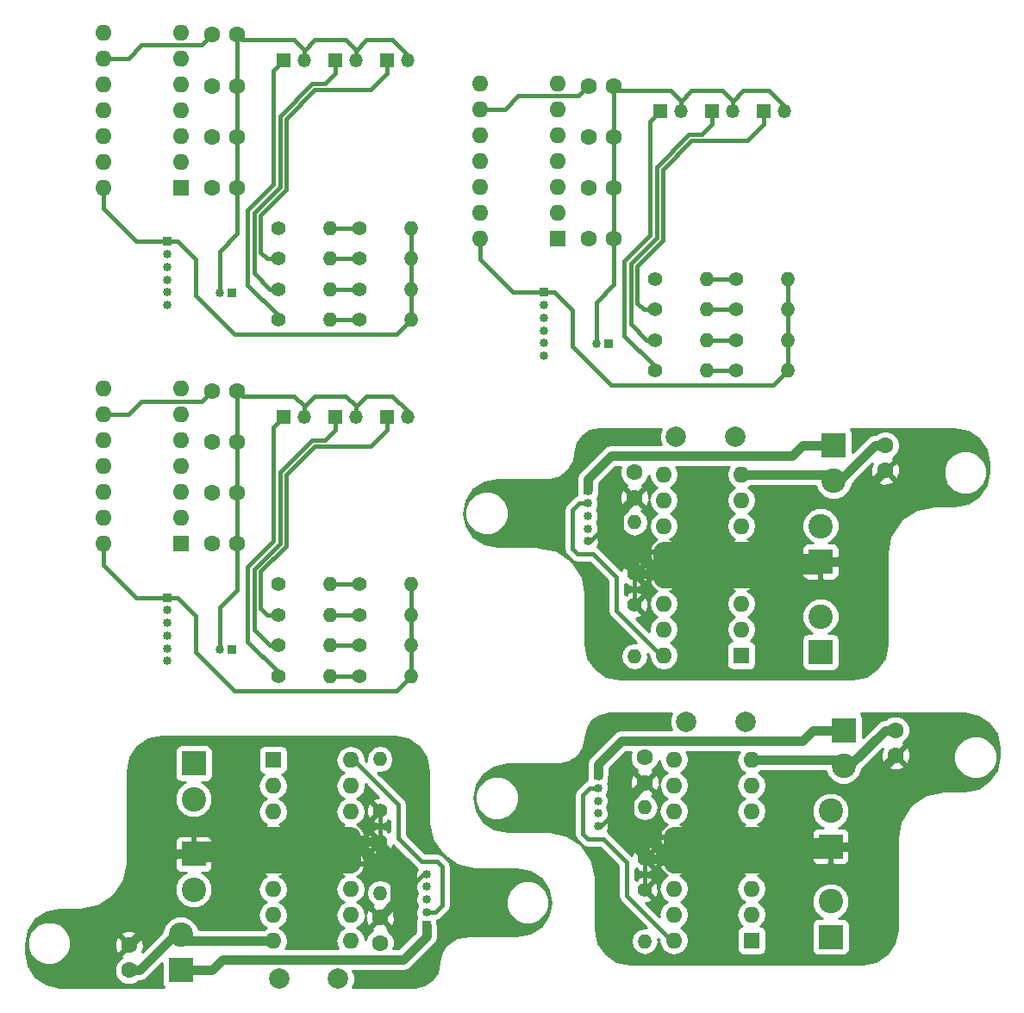
<source format=gtl>
%MOIN*%
%OFA0B0*%
%FSLAX46Y46*%
%IPPOS*%
%LPD*%
%AMREC850*
4,1,3,
0.031496062992125984,0.031496062992125991,
-0.031496062992125991,0.031496062992125984,
-0.031496062992125984,-0.031496062992125991,
0.031496062992125991,-0.031496062992125984,
0*%
%AMREC860*
4,1,3,
0.047244094488188969,0.047244094488188983,
-0.047244094488188983,0.047244094488188969,
-0.047244094488188969,-0.047244094488188983,
0.047244094488188983,-0.047244094488188969,
0*%
%AMREC870*
4,1,3,
0.016732283464566927,0.016732283464566931,
-0.016732283464566931,0.016732283464566927,
-0.016732283464566927,-0.016732283464566931,
0.016732283464566931,-0.016732283464566927,
0*%
%ADD10C,0.0039370078740157488*%
%ADD11R,0.033464566929133861X0.033464566929133861*%
%ADD12C,0.033464566929133861*%
%ADD13C,0.055118110236220472*%
%ADD14O,0.055118110236220472X0.055118110236220472*%
%ADD15C,0.062992125984251982*%
%ADD16R,0.062992125984251982X0.062992125984251982*%
%ADD17O,0.062992125984251982X0.062992125984251982*%
%ADD18R,0.053149606299212608X0.053149606299212608*%
%ADD19O,0.053149606299212608X0.053149606299212608*%
%ADD20C,0.016*%
%ADD21C,0.012000000000000002*%
%ADD32C,0.0039370078740157488*%
%ADD33R,0.033464566929133861X0.033464566929133861*%
%ADD34C,0.033464566929133861*%
%ADD35C,0.055118110236220472*%
%ADD36O,0.055118110236220472X0.055118110236220472*%
%ADD37C,0.062992125984251982*%
%ADD38R,0.062992125984251982X0.062992125984251982*%
%ADD39O,0.062992125984251982X0.062992125984251982*%
%ADD40R,0.053149606299212608X0.053149606299212608*%
%ADD41O,0.053149606299212608X0.053149606299212608*%
%ADD42C,0.016*%
%ADD43C,0.012000000000000002*%
%ADD44C,0.0039370078740157488*%
%ADD45R,0.033464566929133861X0.033464566929133861*%
%ADD46C,0.033464566929133861*%
%ADD47C,0.055118110236220472*%
%ADD48O,0.055118110236220472X0.055118110236220472*%
%ADD49C,0.062992125984251982*%
%ADD50R,0.062992125984251982X0.062992125984251982*%
%ADD51O,0.062992125984251982X0.062992125984251982*%
%ADD52R,0.053149606299212608X0.053149606299212608*%
%ADD53O,0.053149606299212608X0.053149606299212608*%
%ADD54C,0.016*%
%ADD55C,0.012000000000000002*%
%ADD56C,0.0039370078740157488*%
%ADD57C,0.055118110236220472*%
%ADD58O,0.055118110236220472X0.055118110236220472*%
%ADD59C,0.062992125984251982*%
%AMCOMP97*
4,1,3,
0.031496062992125984,0.031496062992125991,
-0.031496062992125991,0.031496062992125984,
-0.031496062992125984,-0.031496062992125991,
0.031496062992125991,-0.031496062992125984,
0*%
%ADD60COMP97*%
%ADD61O,0.062992125984251982X0.062992125984251982*%
%AMCOMP98*
4,1,3,
0.047244094488188969,0.047244094488188983,
-0.047244094488188983,0.047244094488188969,
-0.047244094488188969,-0.047244094488188983,
0.047244094488188983,-0.047244094488188969,
0*%
%ADD62COMP98*%
%ADD63C,0.094488188976377951*%
%AMCOMP99*
4,1,3,
0.016732283464566927,0.016732283464566931,
-0.016732283464566931,0.016732283464566927,
-0.016732283464566927,-0.016732283464566931,
0.016732283464566931,-0.016732283464566927,
0*%
%ADD64COMP99*%
%ADD65C,0.033464566929133861*%
%ADD66C,0.07874015748031496*%
%ADD67C,0.016*%
%ADD68C,0.036000000000000004*%
%ADD69C,0.08*%
%ADD70C,0.01*%
%ADD71C,0.0039370078740157488*%
%ADD72C,0.055118110236220472*%
%ADD73O,0.055118110236220472X0.055118110236220472*%
%ADD74C,0.062992125984251982*%
%ADD75R,0.062992125984251982X0.062992125984251982*%
%ADD76O,0.062992125984251982X0.062992125984251982*%
%ADD77R,0.094488188976377951X0.094488188976377951*%
%ADD78C,0.094488188976377951*%
%ADD79R,0.033464566929133861X0.033464566929133861*%
%ADD80C,0.033464566929133861*%
%ADD81C,0.07874015748031496*%
%ADD82C,0.016*%
%ADD83C,0.036000000000000004*%
%ADD84C,0.08*%
%ADD85C,0.01*%
%ADD86C,0.0039370078740157488*%
%ADD87C,0.055118110236220472*%
%ADD88O,0.055118110236220472X0.055118110236220472*%
%ADD89C,0.062992125984251982*%
%ADD90R,0.062992125984251982X0.062992125984251982*%
%ADD91O,0.062992125984251982X0.062992125984251982*%
%ADD92R,0.094488188976377951X0.094488188976377951*%
%ADD93C,0.094488188976377951*%
%ADD94R,0.033464566929133861X0.033464566929133861*%
%ADD95C,0.033464566929133861*%
%ADD96C,0.07874015748031496*%
%ADD97C,0.016*%
%ADD98C,0.036000000000000004*%
%ADD99C,0.08*%
%ADD100C,0.01*%
G01*
D10*
D11*
X-0006968503Y0007204724D02*
X0002151496Y0002729724D03*
D12*
X0002151496Y0002680511D03*
X0002151496Y0002631299D03*
X0002151496Y0002582086D03*
X0002151496Y0002532873D03*
X0002151496Y0002483661D03*
D13*
X0002893622Y0002662795D03*
D14*
X0003093622Y0002662795D03*
D13*
X0002893622Y0002426574D03*
D14*
X0003093622Y0002426574D03*
D13*
X0002893622Y0002544685D03*
D14*
X0003093622Y0002544685D03*
D13*
X0002578661Y0002662795D03*
D14*
X0002778661Y0002662795D03*
D13*
X0002578661Y0002544685D03*
D14*
X0002778661Y0002544685D03*
D13*
X0002578661Y0002426574D03*
D14*
X0002778661Y0002426574D03*
D15*
X0002322755Y0002938385D03*
X0002421181Y0002938385D03*
X0002322755Y0003135236D03*
X0002421181Y0003135236D03*
X0002322755Y0003332086D03*
X0002421181Y0003332086D03*
X0002322755Y0003528937D03*
X0002421181Y0003528937D03*
D13*
X0002578661Y0002780905D03*
D14*
X0002778661Y0002780905D03*
D13*
X0002893622Y0002780905D03*
D14*
X0003093622Y0002780905D03*
D16*
X0002204645Y0002938385D03*
D17*
X0001904645Y0003538385D03*
X0002204645Y0003038385D03*
X0001904645Y0003438385D03*
X0002204645Y0003138385D03*
X0001904645Y0003338385D03*
X0002204645Y0003238385D03*
X0001904645Y0003238385D03*
X0002204645Y0003338385D03*
X0001904645Y0003138385D03*
X0002204645Y0003438385D03*
X0001904645Y0003038385D03*
X0002204645Y0003538385D03*
X0001904645Y0002938385D03*
D18*
X0002801496Y0003429724D03*
D19*
X0002880236Y0003429724D03*
D18*
X0002601496Y0003429724D03*
D19*
X0002680236Y0003429724D03*
D18*
X0003001496Y0003429724D03*
D19*
X0003080236Y0003429724D03*
D11*
X0002401496Y0002529724D03*
D12*
X0002352283Y0002529724D03*
D20*
X0002352283Y0002529724D02*
X0002352283Y0002690511D01*
X0002421181Y0002759409D02*
X0002421181Y0002938385D01*
X0002352283Y0002690511D02*
X0002421181Y0002759409D01*
X0002421181Y0003135236D02*
X0002421181Y0003332086D01*
X0002421181Y0002938385D02*
X0002421181Y0003135236D01*
X0002421181Y0003528937D02*
X0002421181Y0003332086D01*
X0002421181Y0003528937D02*
X0002421181Y0003530039D01*
X0002680236Y0003429724D02*
X0002680236Y0003470984D01*
X0002641496Y0003509724D02*
X0002440393Y0003509724D01*
X0002680236Y0003470984D02*
X0002641496Y0003509724D01*
X0002440393Y0003509724D02*
X0002421181Y0003528937D01*
X0002880236Y0003429724D02*
X0002880236Y0003470984D01*
X0002680236Y0003468464D02*
X0002680236Y0003429724D01*
X0002721496Y0003509724D02*
X0002680236Y0003468464D01*
X0002841496Y0003509724D02*
X0002721496Y0003509724D01*
X0002880236Y0003470984D02*
X0002841496Y0003509724D01*
X0003080236Y0003429724D02*
X0003080236Y0003450984D01*
X0003080236Y0003450984D02*
X0003021496Y0003509724D01*
X0003021496Y0003509724D02*
X0002921496Y0003509724D01*
X0002921496Y0003509724D02*
X0002880236Y0003468464D01*
X0002880236Y0003468464D02*
X0002880236Y0003429724D01*
X0002151496Y0002729724D02*
X0002191496Y0002729724D01*
X0003036771Y0002369724D02*
X0003093622Y0002426574D01*
X0002411496Y0002369724D02*
X0003036771Y0002369724D01*
X0002261496Y0002519724D02*
X0002411496Y0002369724D01*
X0002261496Y0002659724D02*
X0002261496Y0002519724D01*
X0002191496Y0002729724D02*
X0002261496Y0002659724D01*
X0001904645Y0002938385D02*
X0001904645Y0002856574D01*
X0002031496Y0002729724D02*
X0002151496Y0002729724D01*
X0001904645Y0002856574D02*
X0002031496Y0002729724D01*
X0003093622Y0002426574D02*
X0003088346Y0002426574D01*
X0003093622Y0002662795D02*
X0003093622Y0002780905D01*
X0003093622Y0002544685D02*
X0003093622Y0002662795D01*
X0003093622Y0002426574D02*
X0003093622Y0002544685D01*
X0002778661Y0002426574D02*
X0002893622Y0002426574D01*
X0002778661Y0002544685D02*
X0002893622Y0002544685D01*
X0002778661Y0002662795D02*
X0002893622Y0002662795D01*
X0001904645Y0003438385D02*
X0002000157Y0003438385D01*
X0002283543Y0003489724D02*
X0002322755Y0003528937D01*
X0002051496Y0003489724D02*
X0002283543Y0003489724D01*
X0002000157Y0003438385D02*
X0002051496Y0003489724D01*
X0002778661Y0002780905D02*
X0002893622Y0002780905D01*
X0002578661Y0002544685D02*
X0002546535Y0002544685D01*
X0002801496Y0003379724D02*
X0002801496Y0003429724D01*
X0002761496Y0003339724D02*
X0002801496Y0003379724D01*
X0002711496Y0003339724D02*
X0002761496Y0003339724D01*
X0002585370Y0003213598D02*
X0002711496Y0003339724D01*
X0002585370Y0002939835D02*
X0002585370Y0003213598D01*
X0002485370Y0002839835D02*
X0002585370Y0002939835D01*
X0002485370Y0002605850D02*
X0002485370Y0002839835D01*
X0002546535Y0002544685D02*
X0002485370Y0002605850D01*
X0002578661Y0002426574D02*
X0002578661Y0002442559D01*
X0002578661Y0002442559D02*
X0002461496Y0002559724D01*
X0002461496Y0002559724D02*
X0002461496Y0002849724D01*
X0002461496Y0002849724D02*
X0002561496Y0002949724D01*
X0002561496Y0002949724D02*
X0002561496Y0003389724D01*
X0002561496Y0003389724D02*
X0002601496Y0003429724D01*
X0002578661Y0002662795D02*
X0002536173Y0002662795D01*
X0003001496Y0003379724D02*
X0003001496Y0003429724D01*
X0002937621Y0003315850D02*
X0003001496Y0003379724D01*
X0002721384Y0003315850D02*
X0002937621Y0003315850D01*
X0002609244Y0003203709D02*
X0002721384Y0003315850D01*
X0002609244Y0002929946D02*
X0002609244Y0003203709D01*
X0002510259Y0002830961D02*
X0002609244Y0002929946D01*
X0002510259Y0002688709D02*
X0002510259Y0002830961D01*
X0002536173Y0002662795D02*
X0002510259Y0002688709D01*
D21*
X0002578661Y0002662795D02*
X0002558976Y0002662795D01*
G04 next file*
G04 #@! TF.FileFunction,Copper,L1,Top,Signal*
G04 Gerber Fmt 4.6, Leading zero omitted, Abs format (unit mm)*
G04 Created by KiCad (PCBNEW 4.0.6) date 06/26/19 15:12:34*
G01*
G04 APERTURE LIST*
G04 APERTURE END LIST*
D32*
D33*
X-0008425196Y0007401574D02*
X0000694803Y0002926574D03*
D34*
X0000694803Y0002877362D03*
X0000694803Y0002828149D03*
X0000694803Y0002778937D03*
X0000694803Y0002729724D03*
X0000694803Y0002680511D03*
D35*
X0001436929Y0002859645D03*
D36*
X0001636929Y0002859645D03*
D35*
X0001436929Y0002623425D03*
D36*
X0001636929Y0002623425D03*
D35*
X0001436929Y0002741535D03*
D36*
X0001636929Y0002741535D03*
D35*
X0001121968Y0002859645D03*
D36*
X0001321968Y0002859645D03*
D35*
X0001121968Y0002741535D03*
D36*
X0001321968Y0002741535D03*
D35*
X0001121968Y0002623425D03*
D36*
X0001321968Y0002623425D03*
D37*
X0000866062Y0003135236D03*
X0000964488Y0003135236D03*
X0000866062Y0003332086D03*
X0000964488Y0003332086D03*
X0000866062Y0003528937D03*
X0000964488Y0003528937D03*
X0000866062Y0003725787D03*
X0000964488Y0003725787D03*
D35*
X0001121968Y0002977755D03*
D36*
X0001321968Y0002977755D03*
D35*
X0001436929Y0002977755D03*
D36*
X0001636929Y0002977755D03*
D38*
X0000747952Y0003135236D03*
D39*
X0000447952Y0003735236D03*
X0000747952Y0003235236D03*
X0000447952Y0003635236D03*
X0000747952Y0003335236D03*
X0000447952Y0003535236D03*
X0000747952Y0003435236D03*
X0000447952Y0003435236D03*
X0000747952Y0003535236D03*
X0000447952Y0003335236D03*
X0000747952Y0003635236D03*
X0000447952Y0003235236D03*
X0000747952Y0003735236D03*
X0000447952Y0003135236D03*
D40*
X0001344803Y0003626574D03*
D41*
X0001423543Y0003626574D03*
D40*
X0001144803Y0003626574D03*
D41*
X0001223543Y0003626574D03*
D40*
X0001544803Y0003626574D03*
D41*
X0001623543Y0003626574D03*
D33*
X0000944803Y0002726574D03*
D34*
X0000895590Y0002726574D03*
D42*
X0000895590Y0002726574D02*
X0000895590Y0002887362D01*
X0000964488Y0002956259D02*
X0000964488Y0003135236D01*
X0000895590Y0002887362D02*
X0000964488Y0002956259D01*
X0000964488Y0003332086D02*
X0000964488Y0003528937D01*
X0000964488Y0003135236D02*
X0000964488Y0003332086D01*
X0000964488Y0003725787D02*
X0000964488Y0003528937D01*
X0000964488Y0003725787D02*
X0000964488Y0003726889D01*
X0001223543Y0003626574D02*
X0001223543Y0003667834D01*
X0001184803Y0003706574D02*
X0000983700Y0003706574D01*
X0001223543Y0003667834D02*
X0001184803Y0003706574D01*
X0000983700Y0003706574D02*
X0000964488Y0003725787D01*
X0001423543Y0003626574D02*
X0001423543Y0003667834D01*
X0001223543Y0003665314D02*
X0001223543Y0003626574D01*
X0001264803Y0003706574D02*
X0001223543Y0003665314D01*
X0001384803Y0003706574D02*
X0001264803Y0003706574D01*
X0001423543Y0003667834D02*
X0001384803Y0003706574D01*
X0001623543Y0003626574D02*
X0001623543Y0003647834D01*
X0001623543Y0003647834D02*
X0001564803Y0003706574D01*
X0001564803Y0003706574D02*
X0001464803Y0003706574D01*
X0001464803Y0003706574D02*
X0001423543Y0003665314D01*
X0001423543Y0003665314D02*
X0001423543Y0003626574D01*
X0000694803Y0002926574D02*
X0000734803Y0002926574D01*
X0001580078Y0002566574D02*
X0001636929Y0002623425D01*
X0000954803Y0002566574D02*
X0001580078Y0002566574D01*
X0000804803Y0002716574D02*
X0000954803Y0002566574D01*
X0000804803Y0002856574D02*
X0000804803Y0002716574D01*
X0000734803Y0002926574D02*
X0000804803Y0002856574D01*
X0000447952Y0003135236D02*
X0000447952Y0003053425D01*
X0000574803Y0002926574D02*
X0000694803Y0002926574D01*
X0000447952Y0003053425D02*
X0000574803Y0002926574D01*
X0001636929Y0002623425D02*
X0001631653Y0002623425D01*
X0001636929Y0002859645D02*
X0001636929Y0002977755D01*
X0001636929Y0002741535D02*
X0001636929Y0002859645D01*
X0001636929Y0002623425D02*
X0001636929Y0002741535D01*
X0001321968Y0002623425D02*
X0001436929Y0002623425D01*
X0001321968Y0002741535D02*
X0001436929Y0002741535D01*
X0001321968Y0002859645D02*
X0001436929Y0002859645D01*
X0000447952Y0003635236D02*
X0000543464Y0003635236D01*
X0000826850Y0003686574D02*
X0000866062Y0003725787D01*
X0000594803Y0003686574D02*
X0000826850Y0003686574D01*
X0000543464Y0003635236D02*
X0000594803Y0003686574D01*
X0001321968Y0002977755D02*
X0001436929Y0002977755D01*
X0001121968Y0002741535D02*
X0001089842Y0002741535D01*
X0001344803Y0003576574D02*
X0001344803Y0003626574D01*
X0001304803Y0003536574D02*
X0001344803Y0003576574D01*
X0001254803Y0003536574D02*
X0001304803Y0003536574D01*
X0001128677Y0003410448D02*
X0001254803Y0003536574D01*
X0001128677Y0003136685D02*
X0001128677Y0003410448D01*
X0001028677Y0003036685D02*
X0001128677Y0003136685D01*
X0001028677Y0002802700D02*
X0001028677Y0003036685D01*
X0001089842Y0002741535D02*
X0001028677Y0002802700D01*
X0001121968Y0002623425D02*
X0001121968Y0002639409D01*
X0001121968Y0002639409D02*
X0001004803Y0002756574D01*
X0001004803Y0002756574D02*
X0001004803Y0003046574D01*
X0001004803Y0003046574D02*
X0001104803Y0003146574D01*
X0001104803Y0003146574D02*
X0001104803Y0003586574D01*
X0001104803Y0003586574D02*
X0001144803Y0003626574D01*
X0001121968Y0002859645D02*
X0001079480Y0002859645D01*
X0001544803Y0003576574D02*
X0001544803Y0003626574D01*
X0001480929Y0003512700D02*
X0001544803Y0003576574D01*
X0001264692Y0003512700D02*
X0001480929Y0003512700D01*
X0001152551Y0003400559D02*
X0001264692Y0003512700D01*
X0001152551Y0003126796D02*
X0001152551Y0003400559D01*
X0001053566Y0003027811D02*
X0001152551Y0003126796D01*
X0001053566Y0002885559D02*
X0001053566Y0003027811D01*
X0001079480Y0002859645D02*
X0001053566Y0002885559D01*
D43*
X0001121968Y0002859645D02*
X0001102283Y0002859645D01*
G04 next file*
G04 #@! TF.FileFunction,Copper,L1,Top,Signal*
G04 Gerber Fmt 4.6, Leading zero omitted, Abs format (unit mm)*
G04 Created by KiCad (PCBNEW 4.0.6) date 06/26/19 15:12:34*
G01*
G04 APERTURE LIST*
G04 APERTURE END LIST*
D44*
D45*
X-0008425196Y0006023622D02*
X0000694803Y0001548622D03*
D46*
X0000694803Y0001499409D03*
X0000694803Y0001450196D03*
X0000694803Y0001400984D03*
X0000694803Y0001351771D03*
X0000694803Y0001302559D03*
D47*
X0001436929Y0001481692D03*
D48*
X0001636929Y0001481692D03*
D47*
X0001436929Y0001245472D03*
D48*
X0001636929Y0001245472D03*
D47*
X0001436929Y0001363582D03*
D48*
X0001636929Y0001363582D03*
D47*
X0001121968Y0001481692D03*
D48*
X0001321968Y0001481692D03*
D47*
X0001121968Y0001363582D03*
D48*
X0001321968Y0001363582D03*
D47*
X0001121968Y0001245472D03*
D48*
X0001321968Y0001245472D03*
D49*
X0000866062Y0001757283D03*
X0000964488Y0001757283D03*
X0000866062Y0001954133D03*
X0000964488Y0001954133D03*
X0000866062Y0002150984D03*
X0000964488Y0002150984D03*
X0000866062Y0002347834D03*
X0000964488Y0002347834D03*
D47*
X0001121968Y0001599803D03*
D48*
X0001321968Y0001599803D03*
D47*
X0001436929Y0001599803D03*
D48*
X0001636929Y0001599803D03*
D50*
X0000747952Y0001757283D03*
D51*
X0000447952Y0002357283D03*
X0000747952Y0001857283D03*
X0000447952Y0002257283D03*
X0000747952Y0001957283D03*
X0000447952Y0002157283D03*
X0000747952Y0002057283D03*
X0000447952Y0002057283D03*
X0000747952Y0002157283D03*
X0000447952Y0001957283D03*
X0000747952Y0002257283D03*
X0000447952Y0001857283D03*
X0000747952Y0002357283D03*
X0000447952Y0001757283D03*
D52*
X0001344803Y0002248622D03*
D53*
X0001423543Y0002248622D03*
D52*
X0001144803Y0002248622D03*
D53*
X0001223543Y0002248622D03*
D52*
X0001544803Y0002248622D03*
D53*
X0001623543Y0002248622D03*
D45*
X0000944803Y0001348622D03*
D46*
X0000895590Y0001348622D03*
D54*
X0000895590Y0001348622D02*
X0000895590Y0001509409D01*
X0000964488Y0001578307D02*
X0000964488Y0001757283D01*
X0000895590Y0001509409D02*
X0000964488Y0001578307D01*
X0000964488Y0001954133D02*
X0000964488Y0002150984D01*
X0000964488Y0001757283D02*
X0000964488Y0001954133D01*
X0000964488Y0002347834D02*
X0000964488Y0002150984D01*
X0000964488Y0002347834D02*
X0000964488Y0002348937D01*
X0001223543Y0002248622D02*
X0001223543Y0002289881D01*
X0001184803Y0002328622D02*
X0000983700Y0002328622D01*
X0001223543Y0002289881D02*
X0001184803Y0002328622D01*
X0000983700Y0002328622D02*
X0000964488Y0002347834D01*
X0001423543Y0002248622D02*
X0001423543Y0002289881D01*
X0001223543Y0002287362D02*
X0001223543Y0002248622D01*
X0001264803Y0002328622D02*
X0001223543Y0002287362D01*
X0001384803Y0002328622D02*
X0001264803Y0002328622D01*
X0001423543Y0002289881D02*
X0001384803Y0002328622D01*
X0001623543Y0002248622D02*
X0001623543Y0002269881D01*
X0001623543Y0002269881D02*
X0001564803Y0002328622D01*
X0001564803Y0002328622D02*
X0001464803Y0002328622D01*
X0001464803Y0002328622D02*
X0001423543Y0002287362D01*
X0001423543Y0002287362D02*
X0001423543Y0002248622D01*
X0000694803Y0001548622D02*
X0000734803Y0001548622D01*
X0001580078Y0001188622D02*
X0001636929Y0001245472D01*
X0000954803Y0001188622D02*
X0001580078Y0001188622D01*
X0000804803Y0001338622D02*
X0000954803Y0001188622D01*
X0000804803Y0001478622D02*
X0000804803Y0001338622D01*
X0000734803Y0001548622D02*
X0000804803Y0001478622D01*
X0000447952Y0001757283D02*
X0000447952Y0001675472D01*
X0000574803Y0001548622D02*
X0000694803Y0001548622D01*
X0000447952Y0001675472D02*
X0000574803Y0001548622D01*
X0001636929Y0001245472D02*
X0001631653Y0001245472D01*
X0001636929Y0001481692D02*
X0001636929Y0001599803D01*
X0001636929Y0001363582D02*
X0001636929Y0001481692D01*
X0001636929Y0001245472D02*
X0001636929Y0001363582D01*
X0001321968Y0001245472D02*
X0001436929Y0001245472D01*
X0001321968Y0001363582D02*
X0001436929Y0001363582D01*
X0001321968Y0001481692D02*
X0001436929Y0001481692D01*
X0000447952Y0002257283D02*
X0000543464Y0002257283D01*
X0000826850Y0002308622D02*
X0000866062Y0002347834D01*
X0000594803Y0002308622D02*
X0000826850Y0002308622D01*
X0000543464Y0002257283D02*
X0000594803Y0002308622D01*
X0001321968Y0001599803D02*
X0001436929Y0001599803D01*
X0001121968Y0001363582D02*
X0001089842Y0001363582D01*
X0001344803Y0002198622D02*
X0001344803Y0002248622D01*
X0001304803Y0002158622D02*
X0001344803Y0002198622D01*
X0001254803Y0002158622D02*
X0001304803Y0002158622D01*
X0001128677Y0002032496D02*
X0001254803Y0002158622D01*
X0001128677Y0001758733D02*
X0001128677Y0002032496D01*
X0001028677Y0001658733D02*
X0001128677Y0001758733D01*
X0001028677Y0001424747D02*
X0001028677Y0001658733D01*
X0001089842Y0001363582D02*
X0001028677Y0001424747D01*
X0001121968Y0001245472D02*
X0001121968Y0001261456D01*
X0001121968Y0001261456D02*
X0001004803Y0001378622D01*
X0001004803Y0001378622D02*
X0001004803Y0001668622D01*
X0001004803Y0001668622D02*
X0001104803Y0001768622D01*
X0001104803Y0001768622D02*
X0001104803Y0002208622D01*
X0001104803Y0002208622D02*
X0001144803Y0002248622D01*
X0001121968Y0001481692D02*
X0001079480Y0001481692D01*
X0001544803Y0002198622D02*
X0001544803Y0002248622D01*
X0001480929Y0002134747D02*
X0001544803Y0002198622D01*
X0001264692Y0002134747D02*
X0001480929Y0002134747D01*
X0001152551Y0002022607D02*
X0001264692Y0002134747D01*
X0001152551Y0001748844D02*
X0001152551Y0002022607D01*
X0001053566Y0001649858D02*
X0001152551Y0001748844D01*
X0001053566Y0001507607D02*
X0001053566Y0001649858D01*
X0001079480Y0001481692D02*
X0001053566Y0001507607D01*
D55*
X0001121968Y0001481692D02*
X0001102283Y0001481692D01*
G04 next file*
G04 #@! TF.FileFunction,Copper,L1,Top,Signal*
G04 Gerber Fmt 4.6, Leading zero omitted, Abs format (unit mm)*
G04 Created by KiCad (PCBNEW 4.0.6) date 06/26/19 15:48:09*
G01*
G04 APERTURE LIST*
G04 APERTURE END LIST*
D56*
D57*
X0009015748Y-0001968503D02*
X0001515826Y0000723031D03*
D58*
X0001515826Y0000923031D03*
D57*
X0001515826Y0000604921D03*
D58*
X0001515826Y0000404921D03*
D59*
X0000545747Y0000106496D03*
X0000545747Y0000204921D03*
X0001515826Y0000211220D03*
X0001515826Y0000309645D03*
D60*
X0001102440Y0000919881D03*
D61*
X0001402440Y0000219881D03*
X0001102440Y0000819881D03*
X0001402440Y0000319881D03*
X0001102440Y0000719881D03*
X0001402440Y0000419881D03*
X0001102440Y0000619881D03*
X0001402440Y0000519881D03*
X0001102440Y0000519881D03*
X0001402440Y0000619881D03*
X0001102440Y0000419881D03*
X0001402440Y0000719881D03*
X0001102440Y0000319881D03*
X0001402440Y0000819881D03*
X0001102440Y0000219881D03*
X0001402440Y0000919881D03*
D62*
X0000745748Y0000106496D03*
D63*
X0000745748Y0000244291D03*
D64*
X0001695748Y0000281496D03*
D65*
X0001695748Y0000330708D03*
X0001695748Y0000379921D03*
X0001695748Y0000429133D03*
X0001695748Y0000478346D03*
D66*
X0001354409Y0000073425D03*
X0001126062Y0000073425D03*
D62*
X0000795747Y0000556496D03*
D63*
X0000795747Y0000418700D03*
D62*
X0000795747Y0000906496D03*
D63*
X0000795747Y0000768700D03*
D67*
X0001695748Y0000478346D02*
X0001684527Y0000478346D01*
X0001684527Y0000478346D02*
X0001574881Y0000368700D01*
D68*
X0000795747Y0000556496D02*
X0000725747Y0000556496D01*
X0000665747Y0000324921D02*
X0000545747Y0000204921D01*
X0000665747Y0000496496D02*
X0000665747Y0000324921D01*
X0000725747Y0000556496D02*
X0000665747Y0000496496D01*
D69*
X0000964645Y0000565551D02*
X0000804803Y0000565551D01*
X0000804803Y0000565551D02*
X0000795747Y0000556496D01*
D68*
X0001515826Y0000604921D02*
X0001417401Y0000604921D01*
X0001417401Y0000604921D02*
X0001402440Y0000619881D01*
X0001515826Y0000309645D02*
X0001574881Y0000368700D01*
X0001515826Y0000565551D02*
X0001515826Y0000604921D01*
X0001574881Y0000506496D02*
X0001515826Y0000565551D01*
X0001574881Y0000368700D02*
X0001574881Y0000506496D01*
D67*
X0001515826Y0000585236D02*
X0001515826Y0000604921D01*
X0001417401Y0000604921D02*
X0001402440Y0000619881D01*
X0001515826Y0000723031D02*
X0001515826Y0000604921D01*
D69*
X0001102440Y0000619881D02*
X0001102440Y0000519881D01*
X0001402440Y0000619881D02*
X0001402440Y0000519881D01*
X0001102440Y0000619881D02*
X0001018976Y0000619881D01*
X0001018976Y0000619881D02*
X0000964645Y0000565551D01*
X0001102440Y0000519881D02*
X0001010314Y0000519881D01*
X0001010314Y0000519881D02*
X0000964645Y0000565551D01*
X0001402440Y0000619881D02*
X0001102440Y0000619881D01*
X0001102440Y0000519881D02*
X0001402440Y0000519881D01*
D68*
X0000905748Y0000146496D02*
X0001605748Y0000146496D01*
X0000905748Y0000146496D02*
X0000865748Y0000106496D01*
X0000745748Y0000106496D02*
X0000865748Y0000106496D01*
X0001695748Y0000236496D02*
X0001695748Y0000281496D01*
X0001605748Y0000146496D02*
X0001695748Y0000236496D01*
X0000745748Y0000244291D02*
X0000723543Y0000244291D01*
X0000723543Y0000244291D02*
X0000585747Y0000106496D01*
X0000585747Y0000106496D02*
X0000545747Y0000106496D01*
X0001102440Y0000219881D02*
X0000770157Y0000219881D01*
X0000770157Y0000219881D02*
X0000745748Y0000244291D01*
D67*
X0001402440Y0000919881D02*
X0001412362Y0000919881D01*
X0001412362Y0000919881D02*
X0001585747Y0000746496D01*
X0001729960Y0000330708D02*
X0001695748Y0000330708D01*
X0001755748Y0000356496D02*
X0001729960Y0000330708D01*
X0001755748Y0000506496D02*
X0001755748Y0000356496D01*
X0001735747Y0000526496D02*
X0001755748Y0000506496D01*
X0001675747Y0000526496D02*
X0001735747Y0000526496D01*
X0001585747Y0000616496D02*
X0001675747Y0000526496D01*
X0001585747Y0000746496D02*
X0001585747Y0000616496D01*
D70*
G36*
X0001418768Y0000060565D02*
X0001418790Y0000086172D01*
X0001411632Y0000103496D01*
X0001605748Y0000103496D01*
X0001622203Y0000106769D01*
X0001636153Y0000116090D01*
X0001726153Y0000206090D01*
X0001735474Y0000220040D01*
X0001738747Y0000236496D01*
X0001738747Y0000281496D01*
X0001737970Y0000285407D01*
X0001737970Y0000298228D01*
X0001737775Y0000299263D01*
X0001742589Y0000300220D01*
X0001753295Y0000307374D01*
X0001779082Y0000333161D01*
X0001786236Y0000343867D01*
X0001786623Y0000345817D01*
X0001788748Y0000356496D01*
X0001788748Y0000506496D01*
X0001786236Y0000519124D01*
X0001779082Y0000529830D01*
X0001759082Y0000549830D01*
X0001748376Y0000556984D01*
X0001735747Y0000559496D01*
X0001689417Y0000559496D01*
X0001618747Y0000630165D01*
X0001618747Y0000746496D01*
X0001616236Y0000759124D01*
X0001609082Y0000769830D01*
X0001507892Y0000871021D01*
X0001515826Y0000869442D01*
X0001535940Y0000873443D01*
X0001552991Y0000884836D01*
X0001564384Y0000901888D01*
X0001568385Y0000922001D01*
X0001568385Y0000924061D01*
X0001564384Y0000944174D01*
X0001552991Y0000961226D01*
X0001535940Y0000972619D01*
X0001515826Y0000976620D01*
X0001495713Y0000972619D01*
X0001478661Y0000961226D01*
X0001467268Y0000944174D01*
X0001463267Y0000924061D01*
X0001463267Y0000922001D01*
X0001464846Y0000914067D01*
X0001459875Y0000919037D01*
X0001460043Y0000919881D01*
X0001455743Y0000941501D01*
X0001443496Y0000959830D01*
X0001425167Y0000972077D01*
X0001403547Y0000976377D01*
X0001401334Y0000976377D01*
X0001379714Y0000972077D01*
X0001361385Y0000959830D01*
X0001349138Y0000941501D01*
X0001344838Y0000919881D01*
X0001349138Y0000898261D01*
X0001361385Y0000879933D01*
X0001376428Y0000869881D01*
X0001361385Y0000859830D01*
X0001349138Y0000841501D01*
X0001344838Y0000819881D01*
X0001349138Y0000798261D01*
X0001361385Y0000779933D01*
X0001376428Y0000769881D01*
X0001361385Y0000759830D01*
X0001349138Y0000741501D01*
X0001344838Y0000719881D01*
X0001160043Y0000719881D01*
X0001155743Y0000741501D01*
X0001143496Y0000759830D01*
X0001128453Y0000769881D01*
X0001143496Y0000779933D01*
X0001155743Y0000798261D01*
X0001160043Y0000819881D01*
X0001155743Y0000841501D01*
X0001143496Y0000859830D01*
X0001137816Y0000863625D01*
X0001143201Y0000864639D01*
X0001151710Y0000870114D01*
X0001157418Y0000878468D01*
X0001159426Y0000888385D01*
X0001159426Y0000951377D01*
X0001157683Y0000960642D01*
X0001152208Y0000969151D01*
X0001143853Y0000974859D01*
X0001133936Y0000976867D01*
X0001070944Y0000976867D01*
X0001061680Y0000975124D01*
X0001053171Y0000969649D01*
X0001047463Y0000961294D01*
X0001045455Y0000951377D01*
X0001045455Y0000888385D01*
X0001047198Y0000879121D01*
X0001052673Y0000870612D01*
X0001061027Y0000864904D01*
X0001067129Y0000863668D01*
X0001061385Y0000859830D01*
X0001060998Y0000859251D01*
X0000868481Y0000859251D01*
X0000868481Y0000953740D01*
X0000866738Y0000963004D01*
X0000861263Y0000971513D01*
X0000852909Y0000977221D01*
X0000842992Y0000979229D01*
X0000748503Y0000979229D01*
X0000739239Y0000977486D01*
X0000730730Y0000972011D01*
X0000725022Y0000963657D01*
X0000723014Y0000953740D01*
X0000723014Y0000859251D01*
X0000724757Y0000849987D01*
X0000730232Y0000841478D01*
X0000738586Y0000835770D01*
X0000748503Y0000833762D01*
X0000764027Y0000833762D01*
X0000754878Y0000829982D01*
X0000734538Y0000809677D01*
X0000723516Y0000783134D01*
X0000723491Y0000754393D01*
X0000734466Y0000727831D01*
X0000754771Y0000707490D01*
X0000781314Y0000696469D01*
X0000810055Y0000696444D01*
X0000836617Y0000707419D01*
X0000856957Y0000727724D01*
X0000867979Y0000754267D01*
X0000868004Y0000783007D01*
X0000857029Y0000809570D01*
X0000836724Y0000829910D01*
X0000827448Y0000833762D01*
X0000842992Y0000833762D01*
X0000852256Y0000835505D01*
X0000860765Y0000840980D01*
X0000866473Y0000849335D01*
X0000868481Y0000859251D01*
X0001060998Y0000859251D01*
X0001049138Y0000841501D01*
X0001044838Y0000819881D01*
X0001049138Y0000798261D01*
X0001061385Y0000779933D01*
X0001076428Y0000769881D01*
X0001061385Y0000759830D01*
X0001049138Y0000741501D01*
X0001044838Y0000719881D01*
X0001049138Y0000698261D01*
X0001061385Y0000679933D01*
X0001077311Y0000669291D01*
X0001068774Y0000665251D01*
X0001053974Y0000648914D01*
X0001047641Y0000633623D01*
X0001052444Y0000624881D01*
X0001097440Y0000624881D01*
X0001097440Y0000625669D01*
X0001107440Y0000625669D01*
X0001107440Y0000624881D01*
X0001152437Y0000624881D01*
X0001157240Y0000633623D01*
X0001150907Y0000648914D01*
X0001136107Y0000665251D01*
X0001127570Y0000669291D01*
X0001143496Y0000679933D01*
X0001155743Y0000698261D01*
X0001160043Y0000719881D01*
X0001344838Y0000719881D01*
X0001349138Y0000698261D01*
X0001361385Y0000679933D01*
X0001377311Y0000669291D01*
X0001368774Y0000665251D01*
X0001353974Y0000648914D01*
X0001347641Y0000633623D01*
X0001352444Y0000624881D01*
X0001397440Y0000624881D01*
X0001397440Y0000625669D01*
X0001407440Y0000625669D01*
X0001407440Y0000624881D01*
X0001452437Y0000624881D01*
X0001457240Y0000633623D01*
X0001450907Y0000648914D01*
X0001436107Y0000665251D01*
X0001427570Y0000669291D01*
X0001443496Y0000679933D01*
X0001455743Y0000698261D01*
X0001460043Y0000719881D01*
X0001455743Y0000741501D01*
X0001443496Y0000759830D01*
X0001428453Y0000769881D01*
X0001443496Y0000779933D01*
X0001455743Y0000798261D01*
X0001460043Y0000819881D01*
X0001458641Y0000826933D01*
X0001510211Y0000775363D01*
X0001502541Y0000774947D01*
X0001488510Y0000769135D01*
X0001486076Y0000759853D01*
X0001515826Y0000730102D01*
X0001516383Y0000730659D01*
X0001523454Y0000723588D01*
X0001522897Y0000723031D01*
X0001508755Y0000723031D01*
X0001479004Y0000752782D01*
X0001469722Y0000750347D01*
X0001462778Y0000730625D01*
X0001463910Y0000709746D01*
X0001469722Y0000695715D01*
X0001479004Y0000693280D01*
X0001508755Y0000723031D01*
X0001522897Y0000723031D01*
X0001523454Y0000722474D01*
X0001516383Y0000715403D01*
X0001515826Y0000715960D01*
X0001486076Y0000686209D01*
X0001488510Y0000676927D01*
X0001508233Y0000669983D01*
X0001529111Y0000671115D01*
X0001543142Y0000676927D01*
X0001545577Y0000686209D01*
X0001550114Y0000681672D01*
X0001552747Y0000684305D01*
X0001552747Y0000643647D01*
X0001550114Y0000646280D01*
X0001545577Y0000641743D01*
X0001543142Y0000651025D01*
X0001523420Y0000657969D01*
X0001502541Y0000656837D01*
X0001488510Y0000651025D01*
X0001486076Y0000641743D01*
X0001515826Y0000611992D01*
X0001516383Y0000612549D01*
X0001523454Y0000605477D01*
X0001522897Y0000604921D01*
X0001508755Y0000604921D01*
X0001479004Y0000634671D01*
X0001469722Y0000632237D01*
X0001462778Y0000612514D01*
X0001463910Y0000591636D01*
X0001469722Y0000577605D01*
X0001479004Y0000575170D01*
X0001508755Y0000604921D01*
X0001522897Y0000604921D01*
X0001552648Y0000575170D01*
X0001561930Y0000577605D01*
X0001566107Y0000589467D01*
X0001587475Y0000568099D01*
X0001545577Y0000568099D01*
X0001515826Y0000597850D01*
X0001486076Y0000568099D01*
X0001488510Y0000558817D01*
X0001508233Y0000551873D01*
X0001529111Y0000553005D01*
X0001543142Y0000558817D01*
X0001545577Y0000568099D01*
X0001587475Y0000568099D01*
X0001621951Y0000533623D01*
X0001457240Y0000533623D01*
X0001450907Y0000548914D01*
X0001436107Y0000565251D01*
X0001426324Y0000569881D01*
X0001436107Y0000574512D01*
X0001450907Y0000590849D01*
X0001457240Y0000606140D01*
X0001452437Y0000614881D01*
X0001407440Y0000614881D01*
X0001407440Y0000524881D01*
X0001397440Y0000524881D01*
X0001397440Y0000614881D01*
X0001352444Y0000614881D01*
X0001347641Y0000606140D01*
X0001353974Y0000590849D01*
X0001368774Y0000574512D01*
X0001378557Y0000569881D01*
X0001368774Y0000565251D01*
X0001353974Y0000548914D01*
X0001347641Y0000533623D01*
X0001157240Y0000533623D01*
X0001150907Y0000548914D01*
X0001136107Y0000565251D01*
X0001126324Y0000569881D01*
X0001136107Y0000574512D01*
X0001150907Y0000590849D01*
X0001157240Y0000606140D01*
X0001152437Y0000614881D01*
X0001107440Y0000614881D01*
X0001107440Y0000524881D01*
X0001097440Y0000524881D01*
X0001097440Y0000614881D01*
X0001052444Y0000614881D01*
X0001047641Y0000606140D01*
X0001053974Y0000590849D01*
X0001068774Y0000574512D01*
X0001078557Y0000569881D01*
X0001074044Y0000567746D01*
X0000867992Y0000567746D01*
X0000867992Y0000608712D01*
X0000864186Y0000617901D01*
X0000857153Y0000624934D01*
X0000847964Y0000628740D01*
X0000806997Y0000628740D01*
X0000800748Y0000622490D01*
X0000800748Y0000561496D01*
X0000790748Y0000561496D01*
X0000790748Y0000622490D01*
X0000784498Y0000628740D01*
X0000743531Y0000628740D01*
X0000734342Y0000624934D01*
X0000727309Y0000617901D01*
X0000723503Y0000608712D01*
X0000723503Y0000567746D01*
X0000729753Y0000561496D01*
X0000790748Y0000561496D01*
X0000800748Y0000561496D01*
X0000861742Y0000561496D01*
X0000867992Y0000567746D01*
X0001074044Y0000567746D01*
X0001068774Y0000565251D01*
X0001053974Y0000548914D01*
X0001047641Y0000533623D01*
X0001052444Y0000524881D01*
X0001097440Y0000524881D01*
X0001107440Y0000524881D01*
X0001152437Y0000524881D01*
X0001157240Y0000533623D01*
X0001347641Y0000533623D01*
X0001352444Y0000524881D01*
X0001397440Y0000524881D01*
X0001407440Y0000524881D01*
X0001452437Y0000524881D01*
X0001457240Y0000533623D01*
X0001621951Y0000533623D01*
X0001652413Y0000503161D01*
X0001658590Y0000499034D01*
X0001653493Y0000483348D01*
X0001654795Y0000466797D01*
X0001658624Y0000457554D01*
X0001664375Y0000456782D01*
X0001660389Y0000452804D01*
X0001654022Y0000437471D01*
X0001654008Y0000420869D01*
X0001660348Y0000405525D01*
X0001661335Y0000404536D01*
X0001660690Y0000403891D01*
X0001568385Y0000403891D01*
X0001568385Y0000405950D01*
X0001564384Y0000426064D01*
X0001552991Y0000443115D01*
X0001535940Y0000454509D01*
X0001515826Y0000458509D01*
X0001495713Y0000454509D01*
X0001478661Y0000443115D01*
X0001467268Y0000426064D01*
X0001463267Y0000405950D01*
X0001463267Y0000403891D01*
X0001467268Y0000383778D01*
X0001478661Y0000366726D01*
X0001488653Y0000360050D01*
X0001486141Y0000359010D01*
X0001483222Y0000349320D01*
X0001515826Y0000316716D01*
X0001548430Y0000349320D01*
X0001545511Y0000359010D01*
X0001542866Y0000359961D01*
X0001552991Y0000366726D01*
X0001564384Y0000383778D01*
X0001568385Y0000403891D01*
X0001660690Y0000403891D01*
X0001660389Y0000403591D01*
X0001654022Y0000388258D01*
X0001654008Y0000371656D01*
X0001660348Y0000356312D01*
X0001661335Y0000355323D01*
X0001660389Y0000354378D01*
X0001654022Y0000339046D01*
X0001654008Y0000322443D01*
X0001658265Y0000312142D01*
X0001655534Y0000308145D01*
X0001654109Y0000301111D01*
X0001572793Y0000301111D01*
X0001571723Y0000323561D01*
X0001565191Y0000339330D01*
X0001555501Y0000342249D01*
X0001522897Y0000309645D01*
X0001555501Y0000277041D01*
X0001565191Y0000279960D01*
X0001572793Y0000301111D01*
X0001654109Y0000301111D01*
X0001653525Y0000298228D01*
X0001653525Y0000285407D01*
X0001652748Y0000281496D01*
X0001652748Y0000254307D01*
X0001587936Y0000189496D01*
X0001567978Y0000189496D01*
X0001572312Y0000199933D01*
X0001572332Y0000222408D01*
X0001563749Y0000243181D01*
X0001547870Y0000259087D01*
X0001545254Y0000260174D01*
X0001545511Y0000260280D01*
X0001548430Y0000269970D01*
X0001515826Y0000302574D01*
X0001483222Y0000269970D01*
X0001486141Y0000260280D01*
X0001486396Y0000260189D01*
X0001483866Y0000259143D01*
X0001467959Y0000243264D01*
X0001459462Y0000222802D01*
X0001455743Y0000241501D01*
X0001443496Y0000259830D01*
X0001428453Y0000269881D01*
X0001443496Y0000279933D01*
X0001455743Y0000298261D01*
X0001459023Y0000314750D01*
X0001459930Y0000295730D01*
X0001466462Y0000279960D01*
X0001476151Y0000277041D01*
X0001508755Y0000309645D01*
X0001476151Y0000342249D01*
X0001466462Y0000339330D01*
X0001459839Y0000320907D01*
X0001455743Y0000341501D01*
X0001443496Y0000359830D01*
X0001428453Y0000369881D01*
X0001443496Y0000379933D01*
X0001455743Y0000398261D01*
X0001460043Y0000419881D01*
X0001455743Y0000441501D01*
X0001443496Y0000459830D01*
X0001427570Y0000470471D01*
X0001436107Y0000474512D01*
X0001450907Y0000490849D01*
X0001457240Y0000506140D01*
X0001452437Y0000514881D01*
X0001407440Y0000514881D01*
X0001407440Y0000514094D01*
X0001397440Y0000514094D01*
X0001397440Y0000514881D01*
X0001352444Y0000514881D01*
X0001347641Y0000506140D01*
X0001353974Y0000490849D01*
X0001368774Y0000474512D01*
X0001377311Y0000470471D01*
X0001361385Y0000459830D01*
X0001349138Y0000441501D01*
X0001344838Y0000419881D01*
X0001349138Y0000398261D01*
X0001361385Y0000379933D01*
X0001376428Y0000369881D01*
X0001361385Y0000359830D01*
X0001349138Y0000341501D01*
X0001344838Y0000319881D01*
X0001349138Y0000298261D01*
X0001361385Y0000279933D01*
X0001376428Y0000269881D01*
X0001361385Y0000259830D01*
X0001349138Y0000241501D01*
X0001344838Y0000219881D01*
X0001349138Y0000198261D01*
X0001354995Y0000189496D01*
X0001149886Y0000189496D01*
X0001155743Y0000198261D01*
X0001160043Y0000219881D01*
X0001155743Y0000241501D01*
X0001143496Y0000259830D01*
X0001128453Y0000269881D01*
X0001143496Y0000279933D01*
X0001155743Y0000298261D01*
X0001160043Y0000319881D01*
X0001155743Y0000341501D01*
X0001143496Y0000359830D01*
X0001128453Y0000369881D01*
X0001143496Y0000379933D01*
X0001155743Y0000398261D01*
X0001160043Y0000419881D01*
X0001155743Y0000441501D01*
X0001143496Y0000459830D01*
X0001127570Y0000470471D01*
X0001136107Y0000474512D01*
X0001150907Y0000490849D01*
X0001157240Y0000506140D01*
X0001152437Y0000514881D01*
X0001107440Y0000514881D01*
X0001107440Y0000514094D01*
X0001097440Y0000514094D01*
X0001097440Y0000514881D01*
X0001052444Y0000514881D01*
X0001047641Y0000506140D01*
X0001053974Y0000490849D01*
X0001068774Y0000474512D01*
X0001077311Y0000470471D01*
X0001061385Y0000459830D01*
X0001049138Y0000441501D01*
X0001047449Y0000433007D01*
X0000868004Y0000433007D01*
X0000857029Y0000459570D01*
X0000836724Y0000479910D01*
X0000826269Y0000484251D01*
X0000847964Y0000484251D01*
X0000857153Y0000488057D01*
X0000864186Y0000495090D01*
X0000867992Y0000504279D01*
X0000867992Y0000545246D01*
X0000861742Y0000551496D01*
X0000800748Y0000551496D01*
X0000800748Y0000550708D01*
X0000790748Y0000550708D01*
X0000790748Y0000551496D01*
X0000729753Y0000551496D01*
X0000723503Y0000545246D01*
X0000723503Y0000504279D01*
X0000727309Y0000495090D01*
X0000734342Y0000488057D01*
X0000743531Y0000484251D01*
X0000765212Y0000484251D01*
X0000754878Y0000479982D01*
X0000734538Y0000459677D01*
X0000723516Y0000433134D01*
X0000723491Y0000404393D01*
X0000734466Y0000377831D01*
X0000754771Y0000357490D01*
X0000781314Y0000346469D01*
X0000810055Y0000346444D01*
X0000836617Y0000357419D01*
X0000856957Y0000377724D01*
X0000867979Y0000404267D01*
X0000868004Y0000433007D01*
X0001047449Y0000433007D01*
X0001044838Y0000419881D01*
X0001049138Y0000398261D01*
X0001061385Y0000379933D01*
X0001076428Y0000369881D01*
X0001061385Y0000359830D01*
X0001049138Y0000341501D01*
X0001044838Y0000319881D01*
X0001049138Y0000298261D01*
X0001061385Y0000279933D01*
X0001076428Y0000269881D01*
X0001065951Y0000262881D01*
X0000816234Y0000262881D01*
X0000807029Y0000285160D01*
X0000786724Y0000305501D01*
X0000760181Y0000316522D01*
X0000731440Y0000316547D01*
X0000704878Y0000305572D01*
X0000684538Y0000285267D01*
X0000673516Y0000258724D01*
X0000673513Y0000255072D01*
X0000663037Y0000244596D01*
X0000578351Y0000244596D01*
X0000575433Y0000254285D01*
X0000554282Y0000261888D01*
X0000531832Y0000260817D01*
X0000516062Y0000254285D01*
X0000513144Y0000244596D01*
X0000545747Y0000211992D01*
X0000578351Y0000244596D01*
X0000663037Y0000244596D01*
X0000595918Y0000177477D01*
X0000602715Y0000196386D01*
X0000601644Y0000218836D01*
X0000595112Y0000234606D01*
X0000585422Y0000237525D01*
X0000552819Y0000204921D01*
X0000538676Y0000204921D01*
X0000506072Y0000237525D01*
X0000496383Y0000234606D01*
X0000493960Y0000227866D01*
X0000320368Y0000227866D01*
X0000307599Y0000258771D01*
X0000283974Y0000282437D01*
X0000253092Y0000295260D01*
X0000219652Y0000295290D01*
X0000188747Y0000282520D01*
X0000165082Y0000258895D01*
X0000152258Y0000228013D01*
X0000152229Y0000194574D01*
X0000164999Y0000163669D01*
X0000188623Y0000140003D01*
X0000219506Y0000127179D01*
X0000252945Y0000127150D01*
X0000283850Y0000139920D01*
X0000307516Y0000163544D01*
X0000320339Y0000194427D01*
X0000320368Y0000227866D01*
X0000493960Y0000227866D01*
X0000488780Y0000213455D01*
X0000489851Y0000191005D01*
X0000496383Y0000175235D01*
X0000506072Y0000172317D01*
X0000538676Y0000204921D01*
X0000552819Y0000204921D01*
X0000553375Y0000204364D01*
X0000546304Y0000197293D01*
X0000545747Y0000197850D01*
X0000513144Y0000165246D01*
X0000516062Y0000155556D01*
X0000516318Y0000155464D01*
X0000513787Y0000154418D01*
X0000497880Y0000138540D01*
X0000489261Y0000117783D01*
X0000489242Y0000095307D01*
X0000497825Y0000074535D01*
X0000513703Y0000058628D01*
X0000534460Y0000050009D01*
X0000556936Y0000049990D01*
X0000577708Y0000058573D01*
X0000582640Y0000063496D01*
X0000585747Y0000063496D01*
X0000602203Y0000066769D01*
X0000616153Y0000076090D01*
X0000673014Y0000132950D01*
X0000673014Y0000059251D01*
X0000674757Y0000049987D01*
X0000679689Y0000042322D01*
X0000278422Y0000042322D01*
X0000226310Y0000052688D01*
X0000184466Y0000080647D01*
X0000156507Y0000122491D01*
X0000146141Y0000174603D01*
X0000146141Y0000208467D01*
X0000156507Y0000260578D01*
X0000184466Y0000302423D01*
X0000226310Y0000330382D01*
X0000278422Y0000340747D01*
X0000354409Y0000340747D01*
X0000357109Y0000341285D01*
X0000420127Y0000353272D01*
X0000430139Y0000357419D01*
X0000430204Y0000357446D01*
X0000481294Y0000391583D01*
X0000489006Y0000399295D01*
X0000523144Y0000450386D01*
X0000527317Y0000460462D01*
X0000539305Y0000520727D01*
X0000539305Y0000523480D01*
X0000539842Y0000526181D01*
X0000539842Y0000877758D01*
X0000550208Y0000929870D01*
X0000578167Y0000971714D01*
X0000620011Y0000999673D01*
X0000672123Y0001010039D01*
X0001572128Y0001010039D01*
X0001624240Y0000999673D01*
X0001666084Y0000971714D01*
X0001694043Y0000929870D01*
X0001704409Y0000877758D01*
X0001704409Y0000683661D01*
X0001704946Y0000680961D01*
X0001704946Y0000678208D01*
X0001716934Y0000617942D01*
X0001721107Y0000607866D01*
X0001755245Y0000556776D01*
X0001759016Y0000553005D01*
X0001762957Y0000549064D01*
X0001814047Y0000514926D01*
X0001816604Y0000513867D01*
X0001824124Y0000510752D01*
X0001884389Y0000498765D01*
X0001887142Y0000498765D01*
X0001889842Y0000498228D01*
X0002044569Y0000498228D01*
X0002096681Y0000487862D01*
X0002138525Y0000459903D01*
X0002166484Y0000418059D01*
X0002172991Y0000385347D01*
X0002170762Y0000385347D01*
X0002157992Y0000416251D01*
X0002134368Y0000439917D01*
X0002103485Y0000452741D01*
X0002070046Y0000452770D01*
X0002039141Y0000440000D01*
X0002015476Y0000416376D01*
X0002002652Y0000385493D01*
X0002002623Y0000352054D01*
X0002015392Y0000321149D01*
X0002039017Y0000297483D01*
X0002069899Y0000284660D01*
X0002103339Y0000284631D01*
X0002134244Y0000297400D01*
X0002157909Y0000321025D01*
X0002170733Y0000351907D01*
X0002170762Y0000385347D01*
X0002172991Y0000385347D01*
X0002176302Y0000368700D01*
X0002166484Y0000319342D01*
X0002138525Y0000277498D01*
X0002096681Y0000249538D01*
X0002044569Y0000239173D01*
X0001850472Y0000239173D01*
X0001847772Y0000238636D01*
X0001845019Y0000238636D01*
X0001814886Y0000232642D01*
X0001804810Y0000228468D01*
X0001779265Y0000211399D01*
X0001771552Y0000203687D01*
X0001754484Y0000178142D01*
X0001752071Y0000172317D01*
X0001750310Y0000168066D01*
X0001744316Y0000137933D01*
X0001744316Y0000137933D01*
X0001736410Y0000098188D01*
X0001716985Y0000069116D01*
X0001687914Y0000049691D01*
X0001650868Y0000042322D01*
X0001411193Y0000042322D01*
X0001418768Y0000060565D01*
X0001418768Y0000060565D01*
G37*
X0001418768Y0000060565D02*
X0001418790Y0000086172D01*
X0001411632Y0000103496D01*
X0001605748Y0000103496D01*
X0001622203Y0000106769D01*
X0001636153Y0000116090D01*
X0001726153Y0000206090D01*
X0001735474Y0000220040D01*
X0001738747Y0000236496D01*
X0001738747Y0000281496D01*
X0001737970Y0000285407D01*
X0001737970Y0000298228D01*
X0001737775Y0000299263D01*
X0001742589Y0000300220D01*
X0001753295Y0000307374D01*
X0001779082Y0000333161D01*
X0001786236Y0000343867D01*
X0001786623Y0000345817D01*
X0001788748Y0000356496D01*
X0001788748Y0000506496D01*
X0001786236Y0000519124D01*
X0001779082Y0000529830D01*
X0001759082Y0000549830D01*
X0001748376Y0000556984D01*
X0001735747Y0000559496D01*
X0001689417Y0000559496D01*
X0001618747Y0000630165D01*
X0001618747Y0000746496D01*
X0001616236Y0000759124D01*
X0001609082Y0000769830D01*
X0001507892Y0000871021D01*
X0001515826Y0000869442D01*
X0001535940Y0000873443D01*
X0001552991Y0000884836D01*
X0001564384Y0000901888D01*
X0001568385Y0000922001D01*
X0001568385Y0000924061D01*
X0001564384Y0000944174D01*
X0001552991Y0000961226D01*
X0001535940Y0000972619D01*
X0001515826Y0000976620D01*
X0001495713Y0000972619D01*
X0001478661Y0000961226D01*
X0001467268Y0000944174D01*
X0001463267Y0000924061D01*
X0001463267Y0000922001D01*
X0001464846Y0000914067D01*
X0001459875Y0000919037D01*
X0001460043Y0000919881D01*
X0001455743Y0000941501D01*
X0001443496Y0000959830D01*
X0001425167Y0000972077D01*
X0001403547Y0000976377D01*
X0001401334Y0000976377D01*
X0001379714Y0000972077D01*
X0001361385Y0000959830D01*
X0001349138Y0000941501D01*
X0001344838Y0000919881D01*
X0001349138Y0000898261D01*
X0001361385Y0000879933D01*
X0001376428Y0000869881D01*
X0001361385Y0000859830D01*
X0001349138Y0000841501D01*
X0001344838Y0000819881D01*
X0001349138Y0000798261D01*
X0001361385Y0000779933D01*
X0001376428Y0000769881D01*
X0001361385Y0000759830D01*
X0001349138Y0000741501D01*
X0001344838Y0000719881D01*
X0001160043Y0000719881D01*
X0001155743Y0000741501D01*
X0001143496Y0000759830D01*
X0001128453Y0000769881D01*
X0001143496Y0000779933D01*
X0001155743Y0000798261D01*
X0001160043Y0000819881D01*
X0001155743Y0000841501D01*
X0001143496Y0000859830D01*
X0001137816Y0000863625D01*
X0001143201Y0000864639D01*
X0001151710Y0000870114D01*
X0001157418Y0000878468D01*
X0001159426Y0000888385D01*
X0001159426Y0000951377D01*
X0001157683Y0000960642D01*
X0001152208Y0000969151D01*
X0001143853Y0000974859D01*
X0001133936Y0000976867D01*
X0001070944Y0000976867D01*
X0001061680Y0000975124D01*
X0001053171Y0000969649D01*
X0001047463Y0000961294D01*
X0001045455Y0000951377D01*
X0001045455Y0000888385D01*
X0001047198Y0000879121D01*
X0001052673Y0000870612D01*
X0001061027Y0000864904D01*
X0001067129Y0000863668D01*
X0001061385Y0000859830D01*
X0001060998Y0000859251D01*
X0000868481Y0000859251D01*
X0000868481Y0000953740D01*
X0000866738Y0000963004D01*
X0000861263Y0000971513D01*
X0000852909Y0000977221D01*
X0000842992Y0000979229D01*
X0000748503Y0000979229D01*
X0000739239Y0000977486D01*
X0000730730Y0000972011D01*
X0000725022Y0000963657D01*
X0000723014Y0000953740D01*
X0000723014Y0000859251D01*
X0000724757Y0000849987D01*
X0000730232Y0000841478D01*
X0000738586Y0000835770D01*
X0000748503Y0000833762D01*
X0000764027Y0000833762D01*
X0000754878Y0000829982D01*
X0000734538Y0000809677D01*
X0000723516Y0000783134D01*
X0000723491Y0000754393D01*
X0000734466Y0000727831D01*
X0000754771Y0000707490D01*
X0000781314Y0000696469D01*
X0000810055Y0000696444D01*
X0000836617Y0000707419D01*
X0000856957Y0000727724D01*
X0000867979Y0000754267D01*
X0000868004Y0000783007D01*
X0000857029Y0000809570D01*
X0000836724Y0000829910D01*
X0000827448Y0000833762D01*
X0000842992Y0000833762D01*
X0000852256Y0000835505D01*
X0000860765Y0000840980D01*
X0000866473Y0000849335D01*
X0000868481Y0000859251D01*
X0001060998Y0000859251D01*
X0001049138Y0000841501D01*
X0001044838Y0000819881D01*
X0001049138Y0000798261D01*
X0001061385Y0000779933D01*
X0001076428Y0000769881D01*
X0001061385Y0000759830D01*
X0001049138Y0000741501D01*
X0001044838Y0000719881D01*
X0001049138Y0000698261D01*
X0001061385Y0000679933D01*
X0001077311Y0000669291D01*
X0001068774Y0000665251D01*
X0001053974Y0000648914D01*
X0001047641Y0000633623D01*
X0001052444Y0000624881D01*
X0001097440Y0000624881D01*
X0001097440Y0000625669D01*
X0001107440Y0000625669D01*
X0001107440Y0000624881D01*
X0001152437Y0000624881D01*
X0001157240Y0000633623D01*
X0001150907Y0000648914D01*
X0001136107Y0000665251D01*
X0001127570Y0000669291D01*
X0001143496Y0000679933D01*
X0001155743Y0000698261D01*
X0001160043Y0000719881D01*
X0001344838Y0000719881D01*
X0001349138Y0000698261D01*
X0001361385Y0000679933D01*
X0001377311Y0000669291D01*
X0001368774Y0000665251D01*
X0001353974Y0000648914D01*
X0001347641Y0000633623D01*
X0001352444Y0000624881D01*
X0001397440Y0000624881D01*
X0001397440Y0000625669D01*
X0001407440Y0000625669D01*
X0001407440Y0000624881D01*
X0001452437Y0000624881D01*
X0001457240Y0000633623D01*
X0001450907Y0000648914D01*
X0001436107Y0000665251D01*
X0001427570Y0000669291D01*
X0001443496Y0000679933D01*
X0001455743Y0000698261D01*
X0001460043Y0000719881D01*
X0001455743Y0000741501D01*
X0001443496Y0000759830D01*
X0001428453Y0000769881D01*
X0001443496Y0000779933D01*
X0001455743Y0000798261D01*
X0001460043Y0000819881D01*
X0001458641Y0000826933D01*
X0001510211Y0000775363D01*
X0001502541Y0000774947D01*
X0001488510Y0000769135D01*
X0001486076Y0000759853D01*
X0001515826Y0000730102D01*
X0001516383Y0000730659D01*
X0001523454Y0000723588D01*
X0001522897Y0000723031D01*
X0001508755Y0000723031D01*
X0001479004Y0000752782D01*
X0001469722Y0000750347D01*
X0001462778Y0000730625D01*
X0001463910Y0000709746D01*
X0001469722Y0000695715D01*
X0001479004Y0000693280D01*
X0001508755Y0000723031D01*
X0001522897Y0000723031D01*
X0001523454Y0000722474D01*
X0001516383Y0000715403D01*
X0001515826Y0000715960D01*
X0001486076Y0000686209D01*
X0001488510Y0000676927D01*
X0001508233Y0000669983D01*
X0001529111Y0000671115D01*
X0001543142Y0000676927D01*
X0001545577Y0000686209D01*
X0001550114Y0000681672D01*
X0001552747Y0000684305D01*
X0001552747Y0000643647D01*
X0001550114Y0000646280D01*
X0001545577Y0000641743D01*
X0001543142Y0000651025D01*
X0001523420Y0000657969D01*
X0001502541Y0000656837D01*
X0001488510Y0000651025D01*
X0001486076Y0000641743D01*
X0001515826Y0000611992D01*
X0001516383Y0000612549D01*
X0001523454Y0000605477D01*
X0001522897Y0000604921D01*
X0001508755Y0000604921D01*
X0001479004Y0000634671D01*
X0001469722Y0000632237D01*
X0001462778Y0000612514D01*
X0001463910Y0000591636D01*
X0001469722Y0000577605D01*
X0001479004Y0000575170D01*
X0001508755Y0000604921D01*
X0001522897Y0000604921D01*
X0001552648Y0000575170D01*
X0001561930Y0000577605D01*
X0001566107Y0000589467D01*
X0001587475Y0000568099D01*
X0001545577Y0000568099D01*
X0001515826Y0000597850D01*
X0001486076Y0000568099D01*
X0001488510Y0000558817D01*
X0001508233Y0000551873D01*
X0001529111Y0000553005D01*
X0001543142Y0000558817D01*
X0001545577Y0000568099D01*
X0001587475Y0000568099D01*
X0001621951Y0000533623D01*
X0001457240Y0000533623D01*
X0001450907Y0000548914D01*
X0001436107Y0000565251D01*
X0001426324Y0000569881D01*
X0001436107Y0000574512D01*
X0001450907Y0000590849D01*
X0001457240Y0000606140D01*
X0001452437Y0000614881D01*
X0001407440Y0000614881D01*
X0001407440Y0000524881D01*
X0001397440Y0000524881D01*
X0001397440Y0000614881D01*
X0001352444Y0000614881D01*
X0001347641Y0000606140D01*
X0001353974Y0000590849D01*
X0001368774Y0000574512D01*
X0001378557Y0000569881D01*
X0001368774Y0000565251D01*
X0001353974Y0000548914D01*
X0001347641Y0000533623D01*
X0001157240Y0000533623D01*
X0001150907Y0000548914D01*
X0001136107Y0000565251D01*
X0001126324Y0000569881D01*
X0001136107Y0000574512D01*
X0001150907Y0000590849D01*
X0001157240Y0000606140D01*
X0001152437Y0000614881D01*
X0001107440Y0000614881D01*
X0001107440Y0000524881D01*
X0001097440Y0000524881D01*
X0001097440Y0000614881D01*
X0001052444Y0000614881D01*
X0001047641Y0000606140D01*
X0001053974Y0000590849D01*
X0001068774Y0000574512D01*
X0001078557Y0000569881D01*
X0001074044Y0000567746D01*
X0000867992Y0000567746D01*
X0000867992Y0000608712D01*
X0000864186Y0000617901D01*
X0000857153Y0000624934D01*
X0000847964Y0000628740D01*
X0000806997Y0000628740D01*
X0000800748Y0000622490D01*
X0000800748Y0000561496D01*
X0000790748Y0000561496D01*
X0000790748Y0000622490D01*
X0000784498Y0000628740D01*
X0000743531Y0000628740D01*
X0000734342Y0000624934D01*
X0000727309Y0000617901D01*
X0000723503Y0000608712D01*
X0000723503Y0000567746D01*
X0000729753Y0000561496D01*
X0000790748Y0000561496D01*
X0000800748Y0000561496D01*
X0000861742Y0000561496D01*
X0000867992Y0000567746D01*
X0001074044Y0000567746D01*
X0001068774Y0000565251D01*
X0001053974Y0000548914D01*
X0001047641Y0000533623D01*
X0001052444Y0000524881D01*
X0001097440Y0000524881D01*
X0001107440Y0000524881D01*
X0001152437Y0000524881D01*
X0001157240Y0000533623D01*
X0001347641Y0000533623D01*
X0001352444Y0000524881D01*
X0001397440Y0000524881D01*
X0001407440Y0000524881D01*
X0001452437Y0000524881D01*
X0001457240Y0000533623D01*
X0001621951Y0000533623D01*
X0001652413Y0000503161D01*
X0001658590Y0000499034D01*
X0001653493Y0000483348D01*
X0001654795Y0000466797D01*
X0001658624Y0000457554D01*
X0001664375Y0000456782D01*
X0001660389Y0000452804D01*
X0001654022Y0000437471D01*
X0001654008Y0000420869D01*
X0001660348Y0000405525D01*
X0001661335Y0000404536D01*
X0001660690Y0000403891D01*
X0001568385Y0000403891D01*
X0001568385Y0000405950D01*
X0001564384Y0000426064D01*
X0001552991Y0000443115D01*
X0001535940Y0000454509D01*
X0001515826Y0000458509D01*
X0001495713Y0000454509D01*
X0001478661Y0000443115D01*
X0001467268Y0000426064D01*
X0001463267Y0000405950D01*
X0001463267Y0000403891D01*
X0001467268Y0000383778D01*
X0001478661Y0000366726D01*
X0001488653Y0000360050D01*
X0001486141Y0000359010D01*
X0001483222Y0000349320D01*
X0001515826Y0000316716D01*
X0001548430Y0000349320D01*
X0001545511Y0000359010D01*
X0001542866Y0000359961D01*
X0001552991Y0000366726D01*
X0001564384Y0000383778D01*
X0001568385Y0000403891D01*
X0001660690Y0000403891D01*
X0001660389Y0000403591D01*
X0001654022Y0000388258D01*
X0001654008Y0000371656D01*
X0001660348Y0000356312D01*
X0001661335Y0000355323D01*
X0001660389Y0000354378D01*
X0001654022Y0000339046D01*
X0001654008Y0000322443D01*
X0001658265Y0000312142D01*
X0001655534Y0000308145D01*
X0001654109Y0000301111D01*
X0001572793Y0000301111D01*
X0001571723Y0000323561D01*
X0001565191Y0000339330D01*
X0001555501Y0000342249D01*
X0001522897Y0000309645D01*
X0001555501Y0000277041D01*
X0001565191Y0000279960D01*
X0001572793Y0000301111D01*
X0001654109Y0000301111D01*
X0001653525Y0000298228D01*
X0001653525Y0000285407D01*
X0001652748Y0000281496D01*
X0001652748Y0000254307D01*
X0001587936Y0000189496D01*
X0001567978Y0000189496D01*
X0001572312Y0000199933D01*
X0001572332Y0000222408D01*
X0001563749Y0000243181D01*
X0001547870Y0000259087D01*
X0001545254Y0000260174D01*
X0001545511Y0000260280D01*
X0001548430Y0000269970D01*
X0001515826Y0000302574D01*
X0001483222Y0000269970D01*
X0001486141Y0000260280D01*
X0001486396Y0000260189D01*
X0001483866Y0000259143D01*
X0001467959Y0000243264D01*
X0001459462Y0000222802D01*
X0001455743Y0000241501D01*
X0001443496Y0000259830D01*
X0001428453Y0000269881D01*
X0001443496Y0000279933D01*
X0001455743Y0000298261D01*
X0001459023Y0000314750D01*
X0001459930Y0000295730D01*
X0001466462Y0000279960D01*
X0001476151Y0000277041D01*
X0001508755Y0000309645D01*
X0001476151Y0000342249D01*
X0001466462Y0000339330D01*
X0001459839Y0000320907D01*
X0001455743Y0000341501D01*
X0001443496Y0000359830D01*
X0001428453Y0000369881D01*
X0001443496Y0000379933D01*
X0001455743Y0000398261D01*
X0001460043Y0000419881D01*
X0001455743Y0000441501D01*
X0001443496Y0000459830D01*
X0001427570Y0000470471D01*
X0001436107Y0000474512D01*
X0001450907Y0000490849D01*
X0001457240Y0000506140D01*
X0001452437Y0000514881D01*
X0001407440Y0000514881D01*
X0001407440Y0000514094D01*
X0001397440Y0000514094D01*
X0001397440Y0000514881D01*
X0001352444Y0000514881D01*
X0001347641Y0000506140D01*
X0001353974Y0000490849D01*
X0001368774Y0000474512D01*
X0001377311Y0000470471D01*
X0001361385Y0000459830D01*
X0001349138Y0000441501D01*
X0001344838Y0000419881D01*
X0001349138Y0000398261D01*
X0001361385Y0000379933D01*
X0001376428Y0000369881D01*
X0001361385Y0000359830D01*
X0001349138Y0000341501D01*
X0001344838Y0000319881D01*
X0001349138Y0000298261D01*
X0001361385Y0000279933D01*
X0001376428Y0000269881D01*
X0001361385Y0000259830D01*
X0001349138Y0000241501D01*
X0001344838Y0000219881D01*
X0001349138Y0000198261D01*
X0001354995Y0000189496D01*
X0001149886Y0000189496D01*
X0001155743Y0000198261D01*
X0001160043Y0000219881D01*
X0001155743Y0000241501D01*
X0001143496Y0000259830D01*
X0001128453Y0000269881D01*
X0001143496Y0000279933D01*
X0001155743Y0000298261D01*
X0001160043Y0000319881D01*
X0001155743Y0000341501D01*
X0001143496Y0000359830D01*
X0001128453Y0000369881D01*
X0001143496Y0000379933D01*
X0001155743Y0000398261D01*
X0001160043Y0000419881D01*
X0001155743Y0000441501D01*
X0001143496Y0000459830D01*
X0001127570Y0000470471D01*
X0001136107Y0000474512D01*
X0001150907Y0000490849D01*
X0001157240Y0000506140D01*
X0001152437Y0000514881D01*
X0001107440Y0000514881D01*
X0001107440Y0000514094D01*
X0001097440Y0000514094D01*
X0001097440Y0000514881D01*
X0001052444Y0000514881D01*
X0001047641Y0000506140D01*
X0001053974Y0000490849D01*
X0001068774Y0000474512D01*
X0001077311Y0000470471D01*
X0001061385Y0000459830D01*
X0001049138Y0000441501D01*
X0001047449Y0000433007D01*
X0000868004Y0000433007D01*
X0000857029Y0000459570D01*
X0000836724Y0000479910D01*
X0000826269Y0000484251D01*
X0000847964Y0000484251D01*
X0000857153Y0000488057D01*
X0000864186Y0000495090D01*
X0000867992Y0000504279D01*
X0000867992Y0000545246D01*
X0000861742Y0000551496D01*
X0000800748Y0000551496D01*
X0000800748Y0000550708D01*
X0000790748Y0000550708D01*
X0000790748Y0000551496D01*
X0000729753Y0000551496D01*
X0000723503Y0000545246D01*
X0000723503Y0000504279D01*
X0000727309Y0000495090D01*
X0000734342Y0000488057D01*
X0000743531Y0000484251D01*
X0000765212Y0000484251D01*
X0000754878Y0000479982D01*
X0000734538Y0000459677D01*
X0000723516Y0000433134D01*
X0000723491Y0000404393D01*
X0000734466Y0000377831D01*
X0000754771Y0000357490D01*
X0000781314Y0000346469D01*
X0000810055Y0000346444D01*
X0000836617Y0000357419D01*
X0000856957Y0000377724D01*
X0000867979Y0000404267D01*
X0000868004Y0000433007D01*
X0001047449Y0000433007D01*
X0001044838Y0000419881D01*
X0001049138Y0000398261D01*
X0001061385Y0000379933D01*
X0001076428Y0000369881D01*
X0001061385Y0000359830D01*
X0001049138Y0000341501D01*
X0001044838Y0000319881D01*
X0001049138Y0000298261D01*
X0001061385Y0000279933D01*
X0001076428Y0000269881D01*
X0001065951Y0000262881D01*
X0000816234Y0000262881D01*
X0000807029Y0000285160D01*
X0000786724Y0000305501D01*
X0000760181Y0000316522D01*
X0000731440Y0000316547D01*
X0000704878Y0000305572D01*
X0000684538Y0000285267D01*
X0000673516Y0000258724D01*
X0000673513Y0000255072D01*
X0000663037Y0000244596D01*
X0000578351Y0000244596D01*
X0000575433Y0000254285D01*
X0000554282Y0000261888D01*
X0000531832Y0000260817D01*
X0000516062Y0000254285D01*
X0000513144Y0000244596D01*
X0000545747Y0000211992D01*
X0000578351Y0000244596D01*
X0000663037Y0000244596D01*
X0000595918Y0000177477D01*
X0000602715Y0000196386D01*
X0000601644Y0000218836D01*
X0000595112Y0000234606D01*
X0000585422Y0000237525D01*
X0000552819Y0000204921D01*
X0000538676Y0000204921D01*
X0000506072Y0000237525D01*
X0000496383Y0000234606D01*
X0000493960Y0000227866D01*
X0000320368Y0000227866D01*
X0000307599Y0000258771D01*
X0000283974Y0000282437D01*
X0000253092Y0000295260D01*
X0000219652Y0000295290D01*
X0000188747Y0000282520D01*
X0000165082Y0000258895D01*
X0000152258Y0000228013D01*
X0000152229Y0000194574D01*
X0000164999Y0000163669D01*
X0000188623Y0000140003D01*
X0000219506Y0000127179D01*
X0000252945Y0000127150D01*
X0000283850Y0000139920D01*
X0000307516Y0000163544D01*
X0000320339Y0000194427D01*
X0000320368Y0000227866D01*
X0000493960Y0000227866D01*
X0000488780Y0000213455D01*
X0000489851Y0000191005D01*
X0000496383Y0000175235D01*
X0000506072Y0000172317D01*
X0000538676Y0000204921D01*
X0000552819Y0000204921D01*
X0000553375Y0000204364D01*
X0000546304Y0000197293D01*
X0000545747Y0000197850D01*
X0000513144Y0000165246D01*
X0000516062Y0000155556D01*
X0000516318Y0000155464D01*
X0000513787Y0000154418D01*
X0000497880Y0000138540D01*
X0000489261Y0000117783D01*
X0000489242Y0000095307D01*
X0000497825Y0000074535D01*
X0000513703Y0000058628D01*
X0000534460Y0000050009D01*
X0000556936Y0000049990D01*
X0000577708Y0000058573D01*
X0000582640Y0000063496D01*
X0000585747Y0000063496D01*
X0000602203Y0000066769D01*
X0000616153Y0000076090D01*
X0000673014Y0000132950D01*
X0000673014Y0000059251D01*
X0000674757Y0000049987D01*
X0000679689Y0000042322D01*
X0000278422Y0000042322D01*
X0000226310Y0000052688D01*
X0000184466Y0000080647D01*
X0000156507Y0000122491D01*
X0000146141Y0000174603D01*
X0000146141Y0000208467D01*
X0000156507Y0000260578D01*
X0000184466Y0000302423D01*
X0000226310Y0000330382D01*
X0000278422Y0000340747D01*
X0000354409Y0000340747D01*
X0000357109Y0000341285D01*
X0000420127Y0000353272D01*
X0000430139Y0000357419D01*
X0000430204Y0000357446D01*
X0000481294Y0000391583D01*
X0000489006Y0000399295D01*
X0000523144Y0000450386D01*
X0000527317Y0000460462D01*
X0000539305Y0000520727D01*
X0000539305Y0000523480D01*
X0000539842Y0000526181D01*
X0000539842Y0000877758D01*
X0000550208Y0000929870D01*
X0000578167Y0000971714D01*
X0000620011Y0000999673D01*
X0000672123Y0001010039D01*
X0001572128Y0001010039D01*
X0001624240Y0000999673D01*
X0001666084Y0000971714D01*
X0001694043Y0000929870D01*
X0001704409Y0000877758D01*
X0001704409Y0000683661D01*
X0001704946Y0000680961D01*
X0001704946Y0000678208D01*
X0001716934Y0000617942D01*
X0001721107Y0000607866D01*
X0001755245Y0000556776D01*
X0001759016Y0000553005D01*
X0001762957Y0000549064D01*
X0001814047Y0000514926D01*
X0001816604Y0000513867D01*
X0001824124Y0000510752D01*
X0001884389Y0000498765D01*
X0001887142Y0000498765D01*
X0001889842Y0000498228D01*
X0002044569Y0000498228D01*
X0002096681Y0000487862D01*
X0002138525Y0000459903D01*
X0002166484Y0000418059D01*
X0002172991Y0000385347D01*
X0002170762Y0000385347D01*
X0002157992Y0000416251D01*
X0002134368Y0000439917D01*
X0002103485Y0000452741D01*
X0002070046Y0000452770D01*
X0002039141Y0000440000D01*
X0002015476Y0000416376D01*
X0002002652Y0000385493D01*
X0002002623Y0000352054D01*
X0002015392Y0000321149D01*
X0002039017Y0000297483D01*
X0002069899Y0000284660D01*
X0002103339Y0000284631D01*
X0002134244Y0000297400D01*
X0002157909Y0000321025D01*
X0002170733Y0000351907D01*
X0002170762Y0000385347D01*
X0002172991Y0000385347D01*
X0002176302Y0000368700D01*
X0002166484Y0000319342D01*
X0002138525Y0000277498D01*
X0002096681Y0000249538D01*
X0002044569Y0000239173D01*
X0001850472Y0000239173D01*
X0001847772Y0000238636D01*
X0001845019Y0000238636D01*
X0001814886Y0000232642D01*
X0001804810Y0000228468D01*
X0001779265Y0000211399D01*
X0001771552Y0000203687D01*
X0001754484Y0000178142D01*
X0001752071Y0000172317D01*
X0001750310Y0000168066D01*
X0001744316Y0000137933D01*
X0001744316Y0000137933D01*
X0001736410Y0000098188D01*
X0001716985Y0000069116D01*
X0001687914Y0000049691D01*
X0001650868Y0000042322D01*
X0001411193Y0000042322D01*
X0001418768Y0000060565D01*
G36*
X0001696157Y0000470865D02*
X0001695748Y0000471275D01*
X0001695339Y0000470866D01*
X0001695042Y0000470866D01*
X0001688120Y0000477789D01*
X0001688676Y0000478346D01*
X0001688120Y0000478903D01*
X0001695191Y0000485974D01*
X0001695748Y0000485417D01*
X0001696304Y0000485974D01*
X0001703375Y0000478903D01*
X0001702819Y0000478346D01*
X0001703375Y0000477789D01*
X0001696451Y0000470865D01*
X0001696157Y0000470865D01*
X0001696157Y0000470865D01*
G37*
X0001696157Y0000470865D02*
X0001695748Y0000471275D01*
X0001695339Y0000470866D01*
X0001695042Y0000470866D01*
X0001688120Y0000477789D01*
X0001688676Y0000478346D01*
X0001688120Y0000478903D01*
X0001695191Y0000485974D01*
X0001695748Y0000485417D01*
X0001696304Y0000485974D01*
X0001703375Y0000478903D01*
X0001702819Y0000478346D01*
X0001703375Y0000477789D01*
X0001696451Y0000470865D01*
X0001696157Y0000470865D01*
G04 next file*
G04 #@! TF.FileFunction,Copper,L1,Top,Signal*
G04 Gerber Fmt 4.6, Leading zero omitted, Abs format (unit mm)*
G04 Created by KiCad (PCBNEW 4.0.6) date 06/26/19 15:48:09*
G01*
G04 APERTURE LIST*
G04 APERTURE END LIST*
D71*
D72*
X-0004960629Y0003110236D02*
X0002539291Y0000418700D03*
D73*
X0002539291Y0000218700D03*
D72*
X0002539291Y0000536811D03*
D73*
X0002539291Y0000736811D03*
D74*
X0003509370Y0001035236D03*
X0003509370Y0000936811D03*
X0002539291Y0000930511D03*
X0002539291Y0000832086D03*
D75*
X0002952677Y0000221850D03*
D76*
X0002652677Y0000921850D03*
X0002952677Y0000321850D03*
X0002652677Y0000821850D03*
X0002952677Y0000421850D03*
X0002652677Y0000721850D03*
X0002952677Y0000521850D03*
X0002652677Y0000621850D03*
X0002952677Y0000621850D03*
X0002652677Y0000521850D03*
X0002952677Y0000721850D03*
X0002652677Y0000421850D03*
X0002952677Y0000821850D03*
X0002652677Y0000321850D03*
X0002952677Y0000921850D03*
X0002652677Y0000221850D03*
D77*
X0003309370Y0001035236D03*
D78*
X0003309370Y0000897440D03*
D79*
X0002359370Y0000860236D03*
D80*
X0002359370Y0000811023D03*
X0002359370Y0000761811D03*
X0002359370Y0000712598D03*
X0002359370Y0000663385D03*
D81*
X0002700708Y0001068307D03*
X0002929055Y0001068307D03*
D77*
X0003259370Y0000585236D03*
D78*
X0003259370Y0000723031D03*
D77*
X0003259370Y0000235236D03*
D78*
X0003259370Y0000373031D03*
D82*
X0002359370Y0000663385D02*
X0002370590Y0000663385D01*
X0002370590Y0000663385D02*
X0002480236Y0000773031D01*
D83*
X0003259370Y0000585236D02*
X0003329370Y0000585236D01*
X0003389370Y0000816811D02*
X0003509370Y0000936811D01*
X0003389370Y0000645236D02*
X0003389370Y0000816811D01*
X0003329370Y0000585236D02*
X0003389370Y0000645236D01*
D84*
X0003090472Y0000576181D02*
X0003250314Y0000576181D01*
X0003250314Y0000576181D02*
X0003259370Y0000585236D01*
D83*
X0002539291Y0000536811D02*
X0002637716Y0000536811D01*
X0002637716Y0000536811D02*
X0002652677Y0000521850D01*
X0002539291Y0000832086D02*
X0002480236Y0000773031D01*
X0002539291Y0000576181D02*
X0002539291Y0000536811D01*
X0002480236Y0000635236D02*
X0002539291Y0000576181D01*
X0002480236Y0000773031D02*
X0002480236Y0000635236D01*
D82*
X0002539291Y0000556496D02*
X0002539291Y0000536811D01*
X0002637716Y0000536811D02*
X0002652677Y0000521850D01*
X0002539291Y0000418700D02*
X0002539291Y0000536811D01*
D84*
X0002952677Y0000521850D02*
X0002952677Y0000621850D01*
X0002652677Y0000521850D02*
X0002652677Y0000621850D01*
X0002952677Y0000521850D02*
X0003036141Y0000521850D01*
X0003036141Y0000521850D02*
X0003090472Y0000576181D01*
X0002952677Y0000621850D02*
X0003044803Y0000621850D01*
X0003044803Y0000621850D02*
X0003090472Y0000576181D01*
X0002652677Y0000521850D02*
X0002952677Y0000521850D01*
X0002952677Y0000621850D02*
X0002652677Y0000621850D01*
D83*
X0003149370Y0000995236D02*
X0002449370Y0000995236D01*
X0003149370Y0000995236D02*
X0003189370Y0001035236D01*
X0003309370Y0001035236D02*
X0003189370Y0001035236D01*
X0002359370Y0000905236D02*
X0002359370Y0000860236D01*
X0002449370Y0000995236D02*
X0002359370Y0000905236D01*
X0003309370Y0000897440D02*
X0003331574Y0000897440D01*
X0003331574Y0000897440D02*
X0003469370Y0001035236D01*
X0003469370Y0001035236D02*
X0003509370Y0001035236D01*
X0002952677Y0000921850D02*
X0003284960Y0000921850D01*
X0003284960Y0000921850D02*
X0003309370Y0000897440D01*
D82*
X0002652677Y0000221850D02*
X0002642755Y0000221850D01*
X0002642755Y0000221850D02*
X0002469370Y0000395236D01*
X0002325157Y0000811023D02*
X0002359370Y0000811023D01*
X0002299370Y0000785236D02*
X0002325157Y0000811023D01*
X0002299370Y0000635236D02*
X0002299370Y0000785236D01*
X0002319370Y0000615236D02*
X0002299370Y0000635236D01*
X0002379370Y0000615236D02*
X0002319370Y0000615236D01*
X0002469370Y0000525236D02*
X0002379370Y0000615236D01*
X0002469370Y0000395236D02*
X0002469370Y0000525236D01*
D85*
G36*
X0002636349Y0001081167D02*
X0002636327Y0001055559D01*
X0002643485Y0001038236D01*
X0002449370Y0001038236D01*
X0002432914Y0001034963D01*
X0002418964Y0001025641D01*
X0002328964Y0000935641D01*
X0002319643Y0000921691D01*
X0002316370Y0000905236D01*
X0002316370Y0000860236D01*
X0002317148Y0000856325D01*
X0002317148Y0000843503D01*
X0002317342Y0000842469D01*
X0002312528Y0000841511D01*
X0002301822Y0000834358D01*
X0002276035Y0000808570D01*
X0002268882Y0000797864D01*
X0002268494Y0000795914D01*
X0002266370Y0000785236D01*
X0002266370Y0000635236D01*
X0002268882Y0000622607D01*
X0002276035Y0000611901D01*
X0002296035Y0000591901D01*
X0002306741Y0000584748D01*
X0002319370Y0000582236D01*
X0002365701Y0000582236D01*
X0002436370Y0000511567D01*
X0002436370Y0000395236D01*
X0002438882Y0000382607D01*
X0002446035Y0000371901D01*
X0002547226Y0000270711D01*
X0002539291Y0000272289D01*
X0002519177Y0000268288D01*
X0002502126Y0000256895D01*
X0002490733Y0000239843D01*
X0002486732Y0000219730D01*
X0002486732Y0000217671D01*
X0002490733Y0000197557D01*
X0002502126Y0000180506D01*
X0002519177Y0000169112D01*
X0002539291Y0000165112D01*
X0002559404Y0000169112D01*
X0002576456Y0000180506D01*
X0002587849Y0000197557D01*
X0002591850Y0000217671D01*
X0002591850Y0000219730D01*
X0002590272Y0000227665D01*
X0002595242Y0000222694D01*
X0002595074Y0000221850D01*
X0002599374Y0000200230D01*
X0002611621Y0000181901D01*
X0002629950Y0000169654D01*
X0002651570Y0000165354D01*
X0002653783Y0000165354D01*
X0002675404Y0000169654D01*
X0002693732Y0000181901D01*
X0002705979Y0000200230D01*
X0002710280Y0000221850D01*
X0002705979Y0000243470D01*
X0002693732Y0000261799D01*
X0002678689Y0000271850D01*
X0002693732Y0000281901D01*
X0002705979Y0000300230D01*
X0002710280Y0000321850D01*
X0002705979Y0000343470D01*
X0002693732Y0000361799D01*
X0002678689Y0000371850D01*
X0002693732Y0000381901D01*
X0002705979Y0000400230D01*
X0002710280Y0000421850D01*
X0002895074Y0000421850D01*
X0002899374Y0000400230D01*
X0002911621Y0000381901D01*
X0002926664Y0000371850D01*
X0002911621Y0000361799D01*
X0002899374Y0000343470D01*
X0002895074Y0000321850D01*
X0002899374Y0000300230D01*
X0002911621Y0000281901D01*
X0002917301Y0000278106D01*
X0002911916Y0000277092D01*
X0002903407Y0000271617D01*
X0002897699Y0000263263D01*
X0002895691Y0000253346D01*
X0002895691Y0000190354D01*
X0002897434Y0000181089D01*
X0002902909Y0000172581D01*
X0002911264Y0000166872D01*
X0002921181Y0000164864D01*
X0002984173Y0000164864D01*
X0002993437Y0000166607D01*
X0003001946Y0000172083D01*
X0003007654Y0000180437D01*
X0003009662Y0000190354D01*
X0003009662Y0000253346D01*
X0003007919Y0000262610D01*
X0003002444Y0000271119D01*
X0002994090Y0000276827D01*
X0002987988Y0000278063D01*
X0002993732Y0000281901D01*
X0002994119Y0000282480D01*
X0003186636Y0000282480D01*
X0003186636Y0000187992D01*
X0003188379Y0000178727D01*
X0003193854Y0000170218D01*
X0003202209Y0000164510D01*
X0003212125Y0000162502D01*
X0003306614Y0000162502D01*
X0003315878Y0000164245D01*
X0003324387Y0000169720D01*
X0003330095Y0000178075D01*
X0003332103Y0000187992D01*
X0003332103Y0000282480D01*
X0003330360Y0000291744D01*
X0003324885Y0000300253D01*
X0003316531Y0000305961D01*
X0003306614Y0000307970D01*
X0003291091Y0000307970D01*
X0003300239Y0000311750D01*
X0003320579Y0000332055D01*
X0003331601Y0000358598D01*
X0003331626Y0000387338D01*
X0003320651Y0000413901D01*
X0003300346Y0000434241D01*
X0003273803Y0000445262D01*
X0003245062Y0000445288D01*
X0003218500Y0000434312D01*
X0003198160Y0000414007D01*
X0003187138Y0000387464D01*
X0003187113Y0000358724D01*
X0003198088Y0000332161D01*
X0003218393Y0000311821D01*
X0003227669Y0000307970D01*
X0003212125Y0000307970D01*
X0003202861Y0000306226D01*
X0003194352Y0000300751D01*
X0003188644Y0000292397D01*
X0003186636Y0000282480D01*
X0002994119Y0000282480D01*
X0003005979Y0000300230D01*
X0003010280Y0000321850D01*
X0003005979Y0000343470D01*
X0002993732Y0000361799D01*
X0002978689Y0000371850D01*
X0002993732Y0000381901D01*
X0003005979Y0000400230D01*
X0003010280Y0000421850D01*
X0003005979Y0000443470D01*
X0002993732Y0000461799D01*
X0002977806Y0000472440D01*
X0002986343Y0000476480D01*
X0003001143Y0000492817D01*
X0003007476Y0000508108D01*
X0003002673Y0000516850D01*
X0002957677Y0000516850D01*
X0002957677Y0000516062D01*
X0002947677Y0000516062D01*
X0002947677Y0000516850D01*
X0002902680Y0000516850D01*
X0002897877Y0000508108D01*
X0002904210Y0000492817D01*
X0002919010Y0000476480D01*
X0002927547Y0000472440D01*
X0002911621Y0000461799D01*
X0002899374Y0000443470D01*
X0002895074Y0000421850D01*
X0002710280Y0000421850D01*
X0002705979Y0000443470D01*
X0002693732Y0000461799D01*
X0002677806Y0000472440D01*
X0002686343Y0000476480D01*
X0002701143Y0000492817D01*
X0002707476Y0000508108D01*
X0002702673Y0000516850D01*
X0002657677Y0000516850D01*
X0002657677Y0000516062D01*
X0002647677Y0000516062D01*
X0002647677Y0000516850D01*
X0002602680Y0000516850D01*
X0002597877Y0000508108D01*
X0002604210Y0000492817D01*
X0002619010Y0000476480D01*
X0002627547Y0000472440D01*
X0002611621Y0000461799D01*
X0002599374Y0000443470D01*
X0002595074Y0000421850D01*
X0002599374Y0000400230D01*
X0002611621Y0000381901D01*
X0002626664Y0000371850D01*
X0002611621Y0000361799D01*
X0002599374Y0000343470D01*
X0002595074Y0000321850D01*
X0002596477Y0000314798D01*
X0002544906Y0000366369D01*
X0002552576Y0000366784D01*
X0002566607Y0000372596D01*
X0002569042Y0000381878D01*
X0002539291Y0000411629D01*
X0002538734Y0000411072D01*
X0002531663Y0000418143D01*
X0002532220Y0000418700D01*
X0002546362Y0000418700D01*
X0002576113Y0000388950D01*
X0002585395Y0000391384D01*
X0002592339Y0000411107D01*
X0002591207Y0000431985D01*
X0002585395Y0000446016D01*
X0002576113Y0000448451D01*
X0002546362Y0000418700D01*
X0002532220Y0000418700D01*
X0002531663Y0000419257D01*
X0002538734Y0000426328D01*
X0002539291Y0000425771D01*
X0002569042Y0000455522D01*
X0002566607Y0000464804D01*
X0002546884Y0000471748D01*
X0002526006Y0000470616D01*
X0002511975Y0000464804D01*
X0002509540Y0000455522D01*
X0002505003Y0000460060D01*
X0002502370Y0000457426D01*
X0002502370Y0000498084D01*
X0002505003Y0000495451D01*
X0002509540Y0000499989D01*
X0002511975Y0000490707D01*
X0002531697Y0000483763D01*
X0002552576Y0000484895D01*
X0002566607Y0000490707D01*
X0002569042Y0000499989D01*
X0002539291Y0000529739D01*
X0002538734Y0000529183D01*
X0002531663Y0000536254D01*
X0002532220Y0000536811D01*
X0002546362Y0000536811D01*
X0002576113Y0000507060D01*
X0002585395Y0000509494D01*
X0002592339Y0000529217D01*
X0002591207Y0000550096D01*
X0002585395Y0000564127D01*
X0002576113Y0000566561D01*
X0002546362Y0000536811D01*
X0002532220Y0000536811D01*
X0002502469Y0000566561D01*
X0002493187Y0000564127D01*
X0002489010Y0000552264D01*
X0002467642Y0000573632D01*
X0002509540Y0000573632D01*
X0002539291Y0000543882D01*
X0002569042Y0000573632D01*
X0002566607Y0000582915D01*
X0002546884Y0000589858D01*
X0002526006Y0000588726D01*
X0002511975Y0000582915D01*
X0002509540Y0000573632D01*
X0002467642Y0000573632D01*
X0002433166Y0000608108D01*
X0002597877Y0000608108D01*
X0002604210Y0000592817D01*
X0002619010Y0000576480D01*
X0002628793Y0000571850D01*
X0002619010Y0000567220D01*
X0002604210Y0000550882D01*
X0002597877Y0000535592D01*
X0002602680Y0000526850D01*
X0002647677Y0000526850D01*
X0002647677Y0000616850D01*
X0002657677Y0000616850D01*
X0002657677Y0000526850D01*
X0002702673Y0000526850D01*
X0002707476Y0000535592D01*
X0002701143Y0000550882D01*
X0002686343Y0000567220D01*
X0002676560Y0000571850D01*
X0002686343Y0000576480D01*
X0002701143Y0000592817D01*
X0002707476Y0000608108D01*
X0002897877Y0000608108D01*
X0002904210Y0000592817D01*
X0002919010Y0000576480D01*
X0002928793Y0000571850D01*
X0002919010Y0000567220D01*
X0002904210Y0000550882D01*
X0002897877Y0000535592D01*
X0002902680Y0000526850D01*
X0002947677Y0000526850D01*
X0002947677Y0000616850D01*
X0002957677Y0000616850D01*
X0002957677Y0000526850D01*
X0003002673Y0000526850D01*
X0003007476Y0000535592D01*
X0003001143Y0000550882D01*
X0002986343Y0000567220D01*
X0002976560Y0000571850D01*
X0002981073Y0000573986D01*
X0003187125Y0000573986D01*
X0003187125Y0000533019D01*
X0003190932Y0000523830D01*
X0003197964Y0000516798D01*
X0003207153Y0000512992D01*
X0003248120Y0000512992D01*
X0003254370Y0000519242D01*
X0003254370Y0000580236D01*
X0003264370Y0000580236D01*
X0003264370Y0000519242D01*
X0003270620Y0000512992D01*
X0003311586Y0000512992D01*
X0003320775Y0000516798D01*
X0003327808Y0000523830D01*
X0003331614Y0000533019D01*
X0003331614Y0000573986D01*
X0003325364Y0000580236D01*
X0003264370Y0000580236D01*
X0003254370Y0000580236D01*
X0003193375Y0000580236D01*
X0003187125Y0000573986D01*
X0002981073Y0000573986D01*
X0002986343Y0000576480D01*
X0003001143Y0000592817D01*
X0003007476Y0000608108D01*
X0003002673Y0000616850D01*
X0002957677Y0000616850D01*
X0002947677Y0000616850D01*
X0002902680Y0000616850D01*
X0002897877Y0000608108D01*
X0002707476Y0000608108D01*
X0002702673Y0000616850D01*
X0002657677Y0000616850D01*
X0002647677Y0000616850D01*
X0002602680Y0000616850D01*
X0002597877Y0000608108D01*
X0002433166Y0000608108D01*
X0002402704Y0000638570D01*
X0002396527Y0000642697D01*
X0002401624Y0000658383D01*
X0002400322Y0000674934D01*
X0002396494Y0000684177D01*
X0002390742Y0000684949D01*
X0002394728Y0000688928D01*
X0002401095Y0000704260D01*
X0002401109Y0000720863D01*
X0002394769Y0000736207D01*
X0002393782Y0000737196D01*
X0002394427Y0000737840D01*
X0002486732Y0000737840D01*
X0002486732Y0000735781D01*
X0002490733Y0000715667D01*
X0002502126Y0000698616D01*
X0002519177Y0000687223D01*
X0002539291Y0000683222D01*
X0002559404Y0000687223D01*
X0002576456Y0000698616D01*
X0002587849Y0000715667D01*
X0002591850Y0000735781D01*
X0002591850Y0000737840D01*
X0002587849Y0000757954D01*
X0002576456Y0000775005D01*
X0002566464Y0000781681D01*
X0002568976Y0000782721D01*
X0002571895Y0000792411D01*
X0002539291Y0000825015D01*
X0002506687Y0000792411D01*
X0002509606Y0000782721D01*
X0002512251Y0000781770D01*
X0002502126Y0000775005D01*
X0002490733Y0000757954D01*
X0002486732Y0000737840D01*
X0002394427Y0000737840D01*
X0002394728Y0000738140D01*
X0002401095Y0000753473D01*
X0002401109Y0000770075D01*
X0002394769Y0000785419D01*
X0002393782Y0000786408D01*
X0002394728Y0000787353D01*
X0002401095Y0000802686D01*
X0002401109Y0000819288D01*
X0002396852Y0000829590D01*
X0002399583Y0000833587D01*
X0002401008Y0000840621D01*
X0002482324Y0000840621D01*
X0002483394Y0000818171D01*
X0002489926Y0000802401D01*
X0002499616Y0000799482D01*
X0002532220Y0000832086D01*
X0002499616Y0000864690D01*
X0002489926Y0000861771D01*
X0002482324Y0000840621D01*
X0002401008Y0000840621D01*
X0002401592Y0000843503D01*
X0002401592Y0000856325D01*
X0002402370Y0000860236D01*
X0002402370Y0000887425D01*
X0002467181Y0000952236D01*
X0002487139Y0000952236D01*
X0002482805Y0000941798D01*
X0002482785Y0000919323D01*
X0002491368Y0000898551D01*
X0002507247Y0000882644D01*
X0002509863Y0000881558D01*
X0002509606Y0000881451D01*
X0002506687Y0000871761D01*
X0002539291Y0000839157D01*
X0002571895Y0000871761D01*
X0002568976Y0000881451D01*
X0002568721Y0000881543D01*
X0002571251Y0000882588D01*
X0002587158Y0000898467D01*
X0002595655Y0000918930D01*
X0002599374Y0000900230D01*
X0002611621Y0000881901D01*
X0002626664Y0000871850D01*
X0002611621Y0000861799D01*
X0002599374Y0000843470D01*
X0002596094Y0000826981D01*
X0002595188Y0000846002D01*
X0002588656Y0000861771D01*
X0002578966Y0000864690D01*
X0002546362Y0000832086D01*
X0002578966Y0000799482D01*
X0002588656Y0000802401D01*
X0002595278Y0000820825D01*
X0002599374Y0000800230D01*
X0002611621Y0000781901D01*
X0002626664Y0000771850D01*
X0002611621Y0000761799D01*
X0002599374Y0000743470D01*
X0002595074Y0000721850D01*
X0002599374Y0000700230D01*
X0002611621Y0000681901D01*
X0002627547Y0000671260D01*
X0002619010Y0000667220D01*
X0002604210Y0000650882D01*
X0002597877Y0000635592D01*
X0002602680Y0000626850D01*
X0002647677Y0000626850D01*
X0002647677Y0000627637D01*
X0002657677Y0000627637D01*
X0002657677Y0000626850D01*
X0002702673Y0000626850D01*
X0002707476Y0000635592D01*
X0002701143Y0000650882D01*
X0002686343Y0000667220D01*
X0002677806Y0000671260D01*
X0002693732Y0000681901D01*
X0002705979Y0000700230D01*
X0002710280Y0000721850D01*
X0002705979Y0000743470D01*
X0002693732Y0000761799D01*
X0002678689Y0000771850D01*
X0002693732Y0000781901D01*
X0002705979Y0000800230D01*
X0002710280Y0000821850D01*
X0002705979Y0000843470D01*
X0002693732Y0000861799D01*
X0002678689Y0000871850D01*
X0002693732Y0000881901D01*
X0002705979Y0000900230D01*
X0002710280Y0000921850D01*
X0002705979Y0000943470D01*
X0002700122Y0000952236D01*
X0002905231Y0000952236D01*
X0002899374Y0000943470D01*
X0002895074Y0000921850D01*
X0002899374Y0000900230D01*
X0002911621Y0000881901D01*
X0002926664Y0000871850D01*
X0002911621Y0000861799D01*
X0002899374Y0000843470D01*
X0002895074Y0000821850D01*
X0002899374Y0000800230D01*
X0002911621Y0000781901D01*
X0002926664Y0000771850D01*
X0002911621Y0000761799D01*
X0002899374Y0000743470D01*
X0002895074Y0000721850D01*
X0002899374Y0000700230D01*
X0002911621Y0000681901D01*
X0002927547Y0000671260D01*
X0002919010Y0000667220D01*
X0002904210Y0000650882D01*
X0002897877Y0000635592D01*
X0002902680Y0000626850D01*
X0002947677Y0000626850D01*
X0002947677Y0000627637D01*
X0002957677Y0000627637D01*
X0002957677Y0000626850D01*
X0003002673Y0000626850D01*
X0003007476Y0000635592D01*
X0003001143Y0000650882D01*
X0002986343Y0000667220D01*
X0002977806Y0000671260D01*
X0002993732Y0000681901D01*
X0003005979Y0000700230D01*
X0003007669Y0000708724D01*
X0003187113Y0000708724D01*
X0003198088Y0000682161D01*
X0003218393Y0000661821D01*
X0003228848Y0000657480D01*
X0003207153Y0000657480D01*
X0003197964Y0000653674D01*
X0003190932Y0000646641D01*
X0003187125Y0000637453D01*
X0003187125Y0000596486D01*
X0003193375Y0000590236D01*
X0003254370Y0000590236D01*
X0003254370Y0000591023D01*
X0003264370Y0000591023D01*
X0003264370Y0000590236D01*
X0003325364Y0000590236D01*
X0003331614Y0000596486D01*
X0003331614Y0000637453D01*
X0003327808Y0000646641D01*
X0003320775Y0000653674D01*
X0003311586Y0000657480D01*
X0003289905Y0000657480D01*
X0003300239Y0000661750D01*
X0003320579Y0000682055D01*
X0003331601Y0000708598D01*
X0003331626Y0000737338D01*
X0003320651Y0000763901D01*
X0003300346Y0000784241D01*
X0003273803Y0000795263D01*
X0003245062Y0000795288D01*
X0003218500Y0000784312D01*
X0003198160Y0000764007D01*
X0003187138Y0000737464D01*
X0003187113Y0000708724D01*
X0003007669Y0000708724D01*
X0003010280Y0000721850D01*
X0003005979Y0000743470D01*
X0002993732Y0000761799D01*
X0002978689Y0000771850D01*
X0002993732Y0000781901D01*
X0003005979Y0000800230D01*
X0003010280Y0000821850D01*
X0003005979Y0000843470D01*
X0002993732Y0000861799D01*
X0002978689Y0000871850D01*
X0002989166Y0000878850D01*
X0003238883Y0000878850D01*
X0003248088Y0000856571D01*
X0003268393Y0000836231D01*
X0003294936Y0000825209D01*
X0003323677Y0000825184D01*
X0003350239Y0000836159D01*
X0003370579Y0000856464D01*
X0003381601Y0000883007D01*
X0003381604Y0000886659D01*
X0003392081Y0000897136D01*
X0003476766Y0000897136D01*
X0003479684Y0000887446D01*
X0003500835Y0000879843D01*
X0003523285Y0000880914D01*
X0003539055Y0000887446D01*
X0003541973Y0000897136D01*
X0003509370Y0000929739D01*
X0003476766Y0000897136D01*
X0003392081Y0000897136D01*
X0003459199Y0000964254D01*
X0003452402Y0000945345D01*
X0003453473Y0000922895D01*
X0003460005Y0000907125D01*
X0003469695Y0000904207D01*
X0003502299Y0000936811D01*
X0003516441Y0000936811D01*
X0003549045Y0000904207D01*
X0003558734Y0000907125D01*
X0003561157Y0000913865D01*
X0003734749Y0000913865D01*
X0003747518Y0000882960D01*
X0003771143Y0000859294D01*
X0003802025Y0000846471D01*
X0003835465Y0000846442D01*
X0003866370Y0000859211D01*
X0003890035Y0000882836D01*
X0003902859Y0000913718D01*
X0003902888Y0000947158D01*
X0003890118Y0000978062D01*
X0003866494Y0001001728D01*
X0003835611Y0001014552D01*
X0003802172Y0001014581D01*
X0003771267Y0001001811D01*
X0003747601Y0000978187D01*
X0003734778Y0000947304D01*
X0003734749Y0000913865D01*
X0003561157Y0000913865D01*
X0003566337Y0000928276D01*
X0003565266Y0000950726D01*
X0003558734Y0000966496D01*
X0003549045Y0000969414D01*
X0003516441Y0000936811D01*
X0003502299Y0000936811D01*
X0003501742Y0000937367D01*
X0003508813Y0000944438D01*
X0003509370Y0000943882D01*
X0003541973Y0000976486D01*
X0003539055Y0000986175D01*
X0003538799Y0000986267D01*
X0003541330Y0000987313D01*
X0003557237Y0001003192D01*
X0003565856Y0001023949D01*
X0003565875Y0001046424D01*
X0003557293Y0001067196D01*
X0003541414Y0001083103D01*
X0003520657Y0001091722D01*
X0003498181Y0001091742D01*
X0003477409Y0001083159D01*
X0003472477Y0001078236D01*
X0003469370Y0001078236D01*
X0003452914Y0001074962D01*
X0003438964Y0001065641D01*
X0003382103Y0001008781D01*
X0003382103Y0001082480D01*
X0003380360Y0001091744D01*
X0003375428Y0001099409D01*
X0003776695Y0001099409D01*
X0003828807Y0001089043D01*
X0003870651Y0001061084D01*
X0003898610Y0001019240D01*
X0003908976Y0000967128D01*
X0003908976Y0000933265D01*
X0003898610Y0000881153D01*
X0003870651Y0000839309D01*
X0003828807Y0000811349D01*
X0003776695Y0000800984D01*
X0003700708Y0000800984D01*
X0003698008Y0000800447D01*
X0003634990Y0000788459D01*
X0003624978Y0000784312D01*
X0003624913Y0000784285D01*
X0003573823Y0000750148D01*
X0003566111Y0000742436D01*
X0003531973Y0000691346D01*
X0003527800Y0000681269D01*
X0003515812Y0000621004D01*
X0003515812Y0000618251D01*
X0003515275Y0000615551D01*
X0003515275Y0000263973D01*
X0003504909Y0000211861D01*
X0003476950Y0000170017D01*
X0003435106Y0000142058D01*
X0003382994Y0000131692D01*
X0002482989Y0000131692D01*
X0002430877Y0000142058D01*
X0002389033Y0000170017D01*
X0002361074Y0000211861D01*
X0002350708Y0000263973D01*
X0002350708Y0000458070D01*
X0002350171Y0000460771D01*
X0002350171Y0000463524D01*
X0002338184Y0000523789D01*
X0002334010Y0000533865D01*
X0002299872Y0000584955D01*
X0002296101Y0000588726D01*
X0002292160Y0000592668D01*
X0002241070Y0000626805D01*
X0002238513Y0000627864D01*
X0002230994Y0000630979D01*
X0002170728Y0000642966D01*
X0002167975Y0000642966D01*
X0002165275Y0000643503D01*
X0002010548Y0000643503D01*
X0001958436Y0000653869D01*
X0001916592Y0000681828D01*
X0001888633Y0000723672D01*
X0001882126Y0000756385D01*
X0001884355Y0000756385D01*
X0001897125Y0000725480D01*
X0001920749Y0000701814D01*
X0001951632Y0000688991D01*
X0001985071Y0000688961D01*
X0002015976Y0000701731D01*
X0002039642Y0000725355D01*
X0002052465Y0000756238D01*
X0002052494Y0000789677D01*
X0002039725Y0000820582D01*
X0002016100Y0000844248D01*
X0001985218Y0000857071D01*
X0001951778Y0000857101D01*
X0001920874Y0000844331D01*
X0001897208Y0000820707D01*
X0001884384Y0000789824D01*
X0001884355Y0000756385D01*
X0001882126Y0000756385D01*
X0001878815Y0000773031D01*
X0001888633Y0000822390D01*
X0001916592Y0000864234D01*
X0001958436Y0000892193D01*
X0002010548Y0000902559D01*
X0002204645Y0000902559D01*
X0002207345Y0000903096D01*
X0002210098Y0000903096D01*
X0002240231Y0000909089D01*
X0002250307Y0000913263D01*
X0002275853Y0000930332D01*
X0002283565Y0000938044D01*
X0002300633Y0000963589D01*
X0002303046Y0000969414D01*
X0002304807Y0000973666D01*
X0002310801Y0001003798D01*
X0002310801Y0001003798D01*
X0002318707Y0001043544D01*
X0002338132Y0001072615D01*
X0002367203Y0001092040D01*
X0002404249Y0001099409D01*
X0002643924Y0001099409D01*
X0002636349Y0001081167D01*
X0002636349Y0001081167D01*
G37*
X0002636349Y0001081167D02*
X0002636327Y0001055559D01*
X0002643485Y0001038236D01*
X0002449370Y0001038236D01*
X0002432914Y0001034963D01*
X0002418964Y0001025641D01*
X0002328964Y0000935641D01*
X0002319643Y0000921691D01*
X0002316370Y0000905236D01*
X0002316370Y0000860236D01*
X0002317148Y0000856325D01*
X0002317148Y0000843503D01*
X0002317342Y0000842469D01*
X0002312528Y0000841511D01*
X0002301822Y0000834358D01*
X0002276035Y0000808570D01*
X0002268882Y0000797864D01*
X0002268494Y0000795914D01*
X0002266370Y0000785236D01*
X0002266370Y0000635236D01*
X0002268882Y0000622607D01*
X0002276035Y0000611901D01*
X0002296035Y0000591901D01*
X0002306741Y0000584748D01*
X0002319370Y0000582236D01*
X0002365701Y0000582236D01*
X0002436370Y0000511567D01*
X0002436370Y0000395236D01*
X0002438882Y0000382607D01*
X0002446035Y0000371901D01*
X0002547226Y0000270711D01*
X0002539291Y0000272289D01*
X0002519177Y0000268288D01*
X0002502126Y0000256895D01*
X0002490733Y0000239843D01*
X0002486732Y0000219730D01*
X0002486732Y0000217671D01*
X0002490733Y0000197557D01*
X0002502126Y0000180506D01*
X0002519177Y0000169112D01*
X0002539291Y0000165112D01*
X0002559404Y0000169112D01*
X0002576456Y0000180506D01*
X0002587849Y0000197557D01*
X0002591850Y0000217671D01*
X0002591850Y0000219730D01*
X0002590272Y0000227665D01*
X0002595242Y0000222694D01*
X0002595074Y0000221850D01*
X0002599374Y0000200230D01*
X0002611621Y0000181901D01*
X0002629950Y0000169654D01*
X0002651570Y0000165354D01*
X0002653783Y0000165354D01*
X0002675404Y0000169654D01*
X0002693732Y0000181901D01*
X0002705979Y0000200230D01*
X0002710280Y0000221850D01*
X0002705979Y0000243470D01*
X0002693732Y0000261799D01*
X0002678689Y0000271850D01*
X0002693732Y0000281901D01*
X0002705979Y0000300230D01*
X0002710280Y0000321850D01*
X0002705979Y0000343470D01*
X0002693732Y0000361799D01*
X0002678689Y0000371850D01*
X0002693732Y0000381901D01*
X0002705979Y0000400230D01*
X0002710280Y0000421850D01*
X0002895074Y0000421850D01*
X0002899374Y0000400230D01*
X0002911621Y0000381901D01*
X0002926664Y0000371850D01*
X0002911621Y0000361799D01*
X0002899374Y0000343470D01*
X0002895074Y0000321850D01*
X0002899374Y0000300230D01*
X0002911621Y0000281901D01*
X0002917301Y0000278106D01*
X0002911916Y0000277092D01*
X0002903407Y0000271617D01*
X0002897699Y0000263263D01*
X0002895691Y0000253346D01*
X0002895691Y0000190354D01*
X0002897434Y0000181089D01*
X0002902909Y0000172581D01*
X0002911264Y0000166872D01*
X0002921181Y0000164864D01*
X0002984173Y0000164864D01*
X0002993437Y0000166607D01*
X0003001946Y0000172083D01*
X0003007654Y0000180437D01*
X0003009662Y0000190354D01*
X0003009662Y0000253346D01*
X0003007919Y0000262610D01*
X0003002444Y0000271119D01*
X0002994090Y0000276827D01*
X0002987988Y0000278063D01*
X0002993732Y0000281901D01*
X0002994119Y0000282480D01*
X0003186636Y0000282480D01*
X0003186636Y0000187992D01*
X0003188379Y0000178727D01*
X0003193854Y0000170218D01*
X0003202209Y0000164510D01*
X0003212125Y0000162502D01*
X0003306614Y0000162502D01*
X0003315878Y0000164245D01*
X0003324387Y0000169720D01*
X0003330095Y0000178075D01*
X0003332103Y0000187992D01*
X0003332103Y0000282480D01*
X0003330360Y0000291744D01*
X0003324885Y0000300253D01*
X0003316531Y0000305961D01*
X0003306614Y0000307970D01*
X0003291091Y0000307970D01*
X0003300239Y0000311750D01*
X0003320579Y0000332055D01*
X0003331601Y0000358598D01*
X0003331626Y0000387338D01*
X0003320651Y0000413901D01*
X0003300346Y0000434241D01*
X0003273803Y0000445262D01*
X0003245062Y0000445288D01*
X0003218500Y0000434312D01*
X0003198160Y0000414007D01*
X0003187138Y0000387464D01*
X0003187113Y0000358724D01*
X0003198088Y0000332161D01*
X0003218393Y0000311821D01*
X0003227669Y0000307970D01*
X0003212125Y0000307970D01*
X0003202861Y0000306226D01*
X0003194352Y0000300751D01*
X0003188644Y0000292397D01*
X0003186636Y0000282480D01*
X0002994119Y0000282480D01*
X0003005979Y0000300230D01*
X0003010280Y0000321850D01*
X0003005979Y0000343470D01*
X0002993732Y0000361799D01*
X0002978689Y0000371850D01*
X0002993732Y0000381901D01*
X0003005979Y0000400230D01*
X0003010280Y0000421850D01*
X0003005979Y0000443470D01*
X0002993732Y0000461799D01*
X0002977806Y0000472440D01*
X0002986343Y0000476480D01*
X0003001143Y0000492817D01*
X0003007476Y0000508108D01*
X0003002673Y0000516850D01*
X0002957677Y0000516850D01*
X0002957677Y0000516062D01*
X0002947677Y0000516062D01*
X0002947677Y0000516850D01*
X0002902680Y0000516850D01*
X0002897877Y0000508108D01*
X0002904210Y0000492817D01*
X0002919010Y0000476480D01*
X0002927547Y0000472440D01*
X0002911621Y0000461799D01*
X0002899374Y0000443470D01*
X0002895074Y0000421850D01*
X0002710280Y0000421850D01*
X0002705979Y0000443470D01*
X0002693732Y0000461799D01*
X0002677806Y0000472440D01*
X0002686343Y0000476480D01*
X0002701143Y0000492817D01*
X0002707476Y0000508108D01*
X0002702673Y0000516850D01*
X0002657677Y0000516850D01*
X0002657677Y0000516062D01*
X0002647677Y0000516062D01*
X0002647677Y0000516850D01*
X0002602680Y0000516850D01*
X0002597877Y0000508108D01*
X0002604210Y0000492817D01*
X0002619010Y0000476480D01*
X0002627547Y0000472440D01*
X0002611621Y0000461799D01*
X0002599374Y0000443470D01*
X0002595074Y0000421850D01*
X0002599374Y0000400230D01*
X0002611621Y0000381901D01*
X0002626664Y0000371850D01*
X0002611621Y0000361799D01*
X0002599374Y0000343470D01*
X0002595074Y0000321850D01*
X0002596477Y0000314798D01*
X0002544906Y0000366369D01*
X0002552576Y0000366784D01*
X0002566607Y0000372596D01*
X0002569042Y0000381878D01*
X0002539291Y0000411629D01*
X0002538734Y0000411072D01*
X0002531663Y0000418143D01*
X0002532220Y0000418700D01*
X0002546362Y0000418700D01*
X0002576113Y0000388950D01*
X0002585395Y0000391384D01*
X0002592339Y0000411107D01*
X0002591207Y0000431985D01*
X0002585395Y0000446016D01*
X0002576113Y0000448451D01*
X0002546362Y0000418700D01*
X0002532220Y0000418700D01*
X0002531663Y0000419257D01*
X0002538734Y0000426328D01*
X0002539291Y0000425771D01*
X0002569042Y0000455522D01*
X0002566607Y0000464804D01*
X0002546884Y0000471748D01*
X0002526006Y0000470616D01*
X0002511975Y0000464804D01*
X0002509540Y0000455522D01*
X0002505003Y0000460060D01*
X0002502370Y0000457426D01*
X0002502370Y0000498084D01*
X0002505003Y0000495451D01*
X0002509540Y0000499989D01*
X0002511975Y0000490707D01*
X0002531697Y0000483763D01*
X0002552576Y0000484895D01*
X0002566607Y0000490707D01*
X0002569042Y0000499989D01*
X0002539291Y0000529739D01*
X0002538734Y0000529183D01*
X0002531663Y0000536254D01*
X0002532220Y0000536811D01*
X0002546362Y0000536811D01*
X0002576113Y0000507060D01*
X0002585395Y0000509494D01*
X0002592339Y0000529217D01*
X0002591207Y0000550096D01*
X0002585395Y0000564127D01*
X0002576113Y0000566561D01*
X0002546362Y0000536811D01*
X0002532220Y0000536811D01*
X0002502469Y0000566561D01*
X0002493187Y0000564127D01*
X0002489010Y0000552264D01*
X0002467642Y0000573632D01*
X0002509540Y0000573632D01*
X0002539291Y0000543882D01*
X0002569042Y0000573632D01*
X0002566607Y0000582915D01*
X0002546884Y0000589858D01*
X0002526006Y0000588726D01*
X0002511975Y0000582915D01*
X0002509540Y0000573632D01*
X0002467642Y0000573632D01*
X0002433166Y0000608108D01*
X0002597877Y0000608108D01*
X0002604210Y0000592817D01*
X0002619010Y0000576480D01*
X0002628793Y0000571850D01*
X0002619010Y0000567220D01*
X0002604210Y0000550882D01*
X0002597877Y0000535592D01*
X0002602680Y0000526850D01*
X0002647677Y0000526850D01*
X0002647677Y0000616850D01*
X0002657677Y0000616850D01*
X0002657677Y0000526850D01*
X0002702673Y0000526850D01*
X0002707476Y0000535592D01*
X0002701143Y0000550882D01*
X0002686343Y0000567220D01*
X0002676560Y0000571850D01*
X0002686343Y0000576480D01*
X0002701143Y0000592817D01*
X0002707476Y0000608108D01*
X0002897877Y0000608108D01*
X0002904210Y0000592817D01*
X0002919010Y0000576480D01*
X0002928793Y0000571850D01*
X0002919010Y0000567220D01*
X0002904210Y0000550882D01*
X0002897877Y0000535592D01*
X0002902680Y0000526850D01*
X0002947677Y0000526850D01*
X0002947677Y0000616850D01*
X0002957677Y0000616850D01*
X0002957677Y0000526850D01*
X0003002673Y0000526850D01*
X0003007476Y0000535592D01*
X0003001143Y0000550882D01*
X0002986343Y0000567220D01*
X0002976560Y0000571850D01*
X0002981073Y0000573986D01*
X0003187125Y0000573986D01*
X0003187125Y0000533019D01*
X0003190932Y0000523830D01*
X0003197964Y0000516798D01*
X0003207153Y0000512992D01*
X0003248120Y0000512992D01*
X0003254370Y0000519242D01*
X0003254370Y0000580236D01*
X0003264370Y0000580236D01*
X0003264370Y0000519242D01*
X0003270620Y0000512992D01*
X0003311586Y0000512992D01*
X0003320775Y0000516798D01*
X0003327808Y0000523830D01*
X0003331614Y0000533019D01*
X0003331614Y0000573986D01*
X0003325364Y0000580236D01*
X0003264370Y0000580236D01*
X0003254370Y0000580236D01*
X0003193375Y0000580236D01*
X0003187125Y0000573986D01*
X0002981073Y0000573986D01*
X0002986343Y0000576480D01*
X0003001143Y0000592817D01*
X0003007476Y0000608108D01*
X0003002673Y0000616850D01*
X0002957677Y0000616850D01*
X0002947677Y0000616850D01*
X0002902680Y0000616850D01*
X0002897877Y0000608108D01*
X0002707476Y0000608108D01*
X0002702673Y0000616850D01*
X0002657677Y0000616850D01*
X0002647677Y0000616850D01*
X0002602680Y0000616850D01*
X0002597877Y0000608108D01*
X0002433166Y0000608108D01*
X0002402704Y0000638570D01*
X0002396527Y0000642697D01*
X0002401624Y0000658383D01*
X0002400322Y0000674934D01*
X0002396494Y0000684177D01*
X0002390742Y0000684949D01*
X0002394728Y0000688928D01*
X0002401095Y0000704260D01*
X0002401109Y0000720863D01*
X0002394769Y0000736207D01*
X0002393782Y0000737196D01*
X0002394427Y0000737840D01*
X0002486732Y0000737840D01*
X0002486732Y0000735781D01*
X0002490733Y0000715667D01*
X0002502126Y0000698616D01*
X0002519177Y0000687223D01*
X0002539291Y0000683222D01*
X0002559404Y0000687223D01*
X0002576456Y0000698616D01*
X0002587849Y0000715667D01*
X0002591850Y0000735781D01*
X0002591850Y0000737840D01*
X0002587849Y0000757954D01*
X0002576456Y0000775005D01*
X0002566464Y0000781681D01*
X0002568976Y0000782721D01*
X0002571895Y0000792411D01*
X0002539291Y0000825015D01*
X0002506687Y0000792411D01*
X0002509606Y0000782721D01*
X0002512251Y0000781770D01*
X0002502126Y0000775005D01*
X0002490733Y0000757954D01*
X0002486732Y0000737840D01*
X0002394427Y0000737840D01*
X0002394728Y0000738140D01*
X0002401095Y0000753473D01*
X0002401109Y0000770075D01*
X0002394769Y0000785419D01*
X0002393782Y0000786408D01*
X0002394728Y0000787353D01*
X0002401095Y0000802686D01*
X0002401109Y0000819288D01*
X0002396852Y0000829590D01*
X0002399583Y0000833587D01*
X0002401008Y0000840621D01*
X0002482324Y0000840621D01*
X0002483394Y0000818171D01*
X0002489926Y0000802401D01*
X0002499616Y0000799482D01*
X0002532220Y0000832086D01*
X0002499616Y0000864690D01*
X0002489926Y0000861771D01*
X0002482324Y0000840621D01*
X0002401008Y0000840621D01*
X0002401592Y0000843503D01*
X0002401592Y0000856325D01*
X0002402370Y0000860236D01*
X0002402370Y0000887425D01*
X0002467181Y0000952236D01*
X0002487139Y0000952236D01*
X0002482805Y0000941798D01*
X0002482785Y0000919323D01*
X0002491368Y0000898551D01*
X0002507247Y0000882644D01*
X0002509863Y0000881558D01*
X0002509606Y0000881451D01*
X0002506687Y0000871761D01*
X0002539291Y0000839157D01*
X0002571895Y0000871761D01*
X0002568976Y0000881451D01*
X0002568721Y0000881543D01*
X0002571251Y0000882588D01*
X0002587158Y0000898467D01*
X0002595655Y0000918930D01*
X0002599374Y0000900230D01*
X0002611621Y0000881901D01*
X0002626664Y0000871850D01*
X0002611621Y0000861799D01*
X0002599374Y0000843470D01*
X0002596094Y0000826981D01*
X0002595188Y0000846002D01*
X0002588656Y0000861771D01*
X0002578966Y0000864690D01*
X0002546362Y0000832086D01*
X0002578966Y0000799482D01*
X0002588656Y0000802401D01*
X0002595278Y0000820825D01*
X0002599374Y0000800230D01*
X0002611621Y0000781901D01*
X0002626664Y0000771850D01*
X0002611621Y0000761799D01*
X0002599374Y0000743470D01*
X0002595074Y0000721850D01*
X0002599374Y0000700230D01*
X0002611621Y0000681901D01*
X0002627547Y0000671260D01*
X0002619010Y0000667220D01*
X0002604210Y0000650882D01*
X0002597877Y0000635592D01*
X0002602680Y0000626850D01*
X0002647677Y0000626850D01*
X0002647677Y0000627637D01*
X0002657677Y0000627637D01*
X0002657677Y0000626850D01*
X0002702673Y0000626850D01*
X0002707476Y0000635592D01*
X0002701143Y0000650882D01*
X0002686343Y0000667220D01*
X0002677806Y0000671260D01*
X0002693732Y0000681901D01*
X0002705979Y0000700230D01*
X0002710280Y0000721850D01*
X0002705979Y0000743470D01*
X0002693732Y0000761799D01*
X0002678689Y0000771850D01*
X0002693732Y0000781901D01*
X0002705979Y0000800230D01*
X0002710280Y0000821850D01*
X0002705979Y0000843470D01*
X0002693732Y0000861799D01*
X0002678689Y0000871850D01*
X0002693732Y0000881901D01*
X0002705979Y0000900230D01*
X0002710280Y0000921850D01*
X0002705979Y0000943470D01*
X0002700122Y0000952236D01*
X0002905231Y0000952236D01*
X0002899374Y0000943470D01*
X0002895074Y0000921850D01*
X0002899374Y0000900230D01*
X0002911621Y0000881901D01*
X0002926664Y0000871850D01*
X0002911621Y0000861799D01*
X0002899374Y0000843470D01*
X0002895074Y0000821850D01*
X0002899374Y0000800230D01*
X0002911621Y0000781901D01*
X0002926664Y0000771850D01*
X0002911621Y0000761799D01*
X0002899374Y0000743470D01*
X0002895074Y0000721850D01*
X0002899374Y0000700230D01*
X0002911621Y0000681901D01*
X0002927547Y0000671260D01*
X0002919010Y0000667220D01*
X0002904210Y0000650882D01*
X0002897877Y0000635592D01*
X0002902680Y0000626850D01*
X0002947677Y0000626850D01*
X0002947677Y0000627637D01*
X0002957677Y0000627637D01*
X0002957677Y0000626850D01*
X0003002673Y0000626850D01*
X0003007476Y0000635592D01*
X0003001143Y0000650882D01*
X0002986343Y0000667220D01*
X0002977806Y0000671260D01*
X0002993732Y0000681901D01*
X0003005979Y0000700230D01*
X0003007669Y0000708724D01*
X0003187113Y0000708724D01*
X0003198088Y0000682161D01*
X0003218393Y0000661821D01*
X0003228848Y0000657480D01*
X0003207153Y0000657480D01*
X0003197964Y0000653674D01*
X0003190932Y0000646641D01*
X0003187125Y0000637453D01*
X0003187125Y0000596486D01*
X0003193375Y0000590236D01*
X0003254370Y0000590236D01*
X0003254370Y0000591023D01*
X0003264370Y0000591023D01*
X0003264370Y0000590236D01*
X0003325364Y0000590236D01*
X0003331614Y0000596486D01*
X0003331614Y0000637453D01*
X0003327808Y0000646641D01*
X0003320775Y0000653674D01*
X0003311586Y0000657480D01*
X0003289905Y0000657480D01*
X0003300239Y0000661750D01*
X0003320579Y0000682055D01*
X0003331601Y0000708598D01*
X0003331626Y0000737338D01*
X0003320651Y0000763901D01*
X0003300346Y0000784241D01*
X0003273803Y0000795263D01*
X0003245062Y0000795288D01*
X0003218500Y0000784312D01*
X0003198160Y0000764007D01*
X0003187138Y0000737464D01*
X0003187113Y0000708724D01*
X0003007669Y0000708724D01*
X0003010280Y0000721850D01*
X0003005979Y0000743470D01*
X0002993732Y0000761799D01*
X0002978689Y0000771850D01*
X0002993732Y0000781901D01*
X0003005979Y0000800230D01*
X0003010280Y0000821850D01*
X0003005979Y0000843470D01*
X0002993732Y0000861799D01*
X0002978689Y0000871850D01*
X0002989166Y0000878850D01*
X0003238883Y0000878850D01*
X0003248088Y0000856571D01*
X0003268393Y0000836231D01*
X0003294936Y0000825209D01*
X0003323677Y0000825184D01*
X0003350239Y0000836159D01*
X0003370579Y0000856464D01*
X0003381601Y0000883007D01*
X0003381604Y0000886659D01*
X0003392081Y0000897136D01*
X0003476766Y0000897136D01*
X0003479684Y0000887446D01*
X0003500835Y0000879843D01*
X0003523285Y0000880914D01*
X0003539055Y0000887446D01*
X0003541973Y0000897136D01*
X0003509370Y0000929739D01*
X0003476766Y0000897136D01*
X0003392081Y0000897136D01*
X0003459199Y0000964254D01*
X0003452402Y0000945345D01*
X0003453473Y0000922895D01*
X0003460005Y0000907125D01*
X0003469695Y0000904207D01*
X0003502299Y0000936811D01*
X0003516441Y0000936811D01*
X0003549045Y0000904207D01*
X0003558734Y0000907125D01*
X0003561157Y0000913865D01*
X0003734749Y0000913865D01*
X0003747518Y0000882960D01*
X0003771143Y0000859294D01*
X0003802025Y0000846471D01*
X0003835465Y0000846442D01*
X0003866370Y0000859211D01*
X0003890035Y0000882836D01*
X0003902859Y0000913718D01*
X0003902888Y0000947158D01*
X0003890118Y0000978062D01*
X0003866494Y0001001728D01*
X0003835611Y0001014552D01*
X0003802172Y0001014581D01*
X0003771267Y0001001811D01*
X0003747601Y0000978187D01*
X0003734778Y0000947304D01*
X0003734749Y0000913865D01*
X0003561157Y0000913865D01*
X0003566337Y0000928276D01*
X0003565266Y0000950726D01*
X0003558734Y0000966496D01*
X0003549045Y0000969414D01*
X0003516441Y0000936811D01*
X0003502299Y0000936811D01*
X0003501742Y0000937367D01*
X0003508813Y0000944438D01*
X0003509370Y0000943882D01*
X0003541973Y0000976486D01*
X0003539055Y0000986175D01*
X0003538799Y0000986267D01*
X0003541330Y0000987313D01*
X0003557237Y0001003192D01*
X0003565856Y0001023949D01*
X0003565875Y0001046424D01*
X0003557293Y0001067196D01*
X0003541414Y0001083103D01*
X0003520657Y0001091722D01*
X0003498181Y0001091742D01*
X0003477409Y0001083159D01*
X0003472477Y0001078236D01*
X0003469370Y0001078236D01*
X0003452914Y0001074962D01*
X0003438964Y0001065641D01*
X0003382103Y0001008781D01*
X0003382103Y0001082480D01*
X0003380360Y0001091744D01*
X0003375428Y0001099409D01*
X0003776695Y0001099409D01*
X0003828807Y0001089043D01*
X0003870651Y0001061084D01*
X0003898610Y0001019240D01*
X0003908976Y0000967128D01*
X0003908976Y0000933265D01*
X0003898610Y0000881153D01*
X0003870651Y0000839309D01*
X0003828807Y0000811349D01*
X0003776695Y0000800984D01*
X0003700708Y0000800984D01*
X0003698008Y0000800447D01*
X0003634990Y0000788459D01*
X0003624978Y0000784312D01*
X0003624913Y0000784285D01*
X0003573823Y0000750148D01*
X0003566111Y0000742436D01*
X0003531973Y0000691346D01*
X0003527800Y0000681269D01*
X0003515812Y0000621004D01*
X0003515812Y0000618251D01*
X0003515275Y0000615551D01*
X0003515275Y0000263973D01*
X0003504909Y0000211861D01*
X0003476950Y0000170017D01*
X0003435106Y0000142058D01*
X0003382994Y0000131692D01*
X0002482989Y0000131692D01*
X0002430877Y0000142058D01*
X0002389033Y0000170017D01*
X0002361074Y0000211861D01*
X0002350708Y0000263973D01*
X0002350708Y0000458070D01*
X0002350171Y0000460771D01*
X0002350171Y0000463524D01*
X0002338184Y0000523789D01*
X0002334010Y0000533865D01*
X0002299872Y0000584955D01*
X0002296101Y0000588726D01*
X0002292160Y0000592668D01*
X0002241070Y0000626805D01*
X0002238513Y0000627864D01*
X0002230994Y0000630979D01*
X0002170728Y0000642966D01*
X0002167975Y0000642966D01*
X0002165275Y0000643503D01*
X0002010548Y0000643503D01*
X0001958436Y0000653869D01*
X0001916592Y0000681828D01*
X0001888633Y0000723672D01*
X0001882126Y0000756385D01*
X0001884355Y0000756385D01*
X0001897125Y0000725480D01*
X0001920749Y0000701814D01*
X0001951632Y0000688991D01*
X0001985071Y0000688961D01*
X0002015976Y0000701731D01*
X0002039642Y0000725355D01*
X0002052465Y0000756238D01*
X0002052494Y0000789677D01*
X0002039725Y0000820582D01*
X0002016100Y0000844248D01*
X0001985218Y0000857071D01*
X0001951778Y0000857101D01*
X0001920874Y0000844331D01*
X0001897208Y0000820707D01*
X0001884384Y0000789824D01*
X0001884355Y0000756385D01*
X0001882126Y0000756385D01*
X0001878815Y0000773031D01*
X0001888633Y0000822390D01*
X0001916592Y0000864234D01*
X0001958436Y0000892193D01*
X0002010548Y0000902559D01*
X0002204645Y0000902559D01*
X0002207345Y0000903096D01*
X0002210098Y0000903096D01*
X0002240231Y0000909089D01*
X0002250307Y0000913263D01*
X0002275853Y0000930332D01*
X0002283565Y0000938044D01*
X0002300633Y0000963589D01*
X0002303046Y0000969414D01*
X0002304807Y0000973666D01*
X0002310801Y0001003798D01*
X0002310801Y0001003798D01*
X0002318707Y0001043544D01*
X0002338132Y0001072615D01*
X0002367203Y0001092040D01*
X0002404249Y0001099409D01*
X0002643924Y0001099409D01*
X0002636349Y0001081167D01*
G36*
X0002358960Y0000670866D02*
X0002359370Y0000670456D01*
X0002359778Y0000670865D01*
X0002360075Y0000670865D01*
X0002366997Y0000663942D01*
X0002366441Y0000663385D01*
X0002366997Y0000662828D01*
X0002359926Y0000655757D01*
X0002359370Y0000656314D01*
X0002358813Y0000655757D01*
X0002351742Y0000662828D01*
X0002352298Y0000663385D01*
X0002351742Y0000663942D01*
X0002358666Y0000670866D01*
X0002358960Y0000670866D01*
X0002358960Y0000670866D01*
G37*
X0002358960Y0000670866D02*
X0002359370Y0000670456D01*
X0002359778Y0000670865D01*
X0002360075Y0000670865D01*
X0002366997Y0000663942D01*
X0002366441Y0000663385D01*
X0002366997Y0000662828D01*
X0002359926Y0000655757D01*
X0002359370Y0000656314D01*
X0002358813Y0000655757D01*
X0002351742Y0000662828D01*
X0002352298Y0000663385D01*
X0002351742Y0000663942D01*
X0002358666Y0000670866D01*
X0002358960Y0000670866D01*
G04 next file*
G04 #@! TF.FileFunction,Copper,L1,Top,Signal*
G04 Gerber Fmt 4.6, Leading zero omitted, Abs format (unit mm)*
G04 Created by KiCad (PCBNEW 4.0.6) date 06/26/19 15:48:09*
G01*
G04 APERTURE LIST*
G04 APERTURE END LIST*
D86*
D87*
X-0005000000Y0004212598D02*
X0002499921Y0001521062D03*
D88*
X0002499921Y0001321062D03*
D87*
X0002499921Y0001639173D03*
D88*
X0002499921Y0001839173D03*
D89*
X0003470000Y0002137598D03*
X0003470000Y0002039173D03*
X0002499921Y0002032874D03*
X0002499921Y0001934448D03*
D90*
X0002913307Y0001324212D03*
D91*
X0002613307Y0002024212D03*
X0002913307Y0001424212D03*
X0002613307Y0001924212D03*
X0002913307Y0001524212D03*
X0002613307Y0001824212D03*
X0002913307Y0001624212D03*
X0002613307Y0001724212D03*
X0002913307Y0001724212D03*
X0002613307Y0001624212D03*
X0002913307Y0001824212D03*
X0002613307Y0001524212D03*
X0002913307Y0001924212D03*
X0002613307Y0001424212D03*
X0002913307Y0002024212D03*
X0002613307Y0001324212D03*
D92*
X0003270000Y0002137598D03*
D93*
X0003270000Y0001999803D03*
D94*
X0002320000Y0001962598D03*
D95*
X0002320000Y0001913385D03*
X0002320000Y0001864173D03*
X0002320000Y0001814960D03*
X0002320000Y0001765748D03*
D96*
X0002661338Y0002170669D03*
X0002889685Y0002170669D03*
D92*
X0003220000Y0001687598D03*
D93*
X0003220000Y0001825393D03*
D92*
X0003220000Y0001337598D03*
D93*
X0003220000Y0001475393D03*
D97*
X0002320000Y0001765748D02*
X0002331220Y0001765748D01*
X0002331220Y0001765748D02*
X0002440866Y0001875393D01*
D98*
X0003220000Y0001687598D02*
X0003290000Y0001687598D01*
X0003350000Y0001919173D02*
X0003470000Y0002039173D01*
X0003350000Y0001747598D02*
X0003350000Y0001919173D01*
X0003290000Y0001687598D02*
X0003350000Y0001747598D01*
D99*
X0003051102Y0001678543D02*
X0003210944Y0001678543D01*
X0003210944Y0001678543D02*
X0003220000Y0001687598D01*
D98*
X0002499921Y0001639173D02*
X0002598346Y0001639173D01*
X0002598346Y0001639173D02*
X0002613307Y0001624212D01*
X0002499921Y0001934448D02*
X0002440866Y0001875393D01*
X0002499921Y0001678543D02*
X0002499921Y0001639173D01*
X0002440866Y0001737598D02*
X0002499921Y0001678543D01*
X0002440866Y0001875393D02*
X0002440866Y0001737598D01*
D97*
X0002499921Y0001658858D02*
X0002499921Y0001639173D01*
X0002598346Y0001639173D02*
X0002613307Y0001624212D01*
X0002499921Y0001521062D02*
X0002499921Y0001639173D01*
D99*
X0002913307Y0001624212D02*
X0002913307Y0001724212D01*
X0002613307Y0001624212D02*
X0002613307Y0001724212D01*
X0002913307Y0001624212D02*
X0002996771Y0001624212D01*
X0002996771Y0001624212D02*
X0003051102Y0001678543D01*
X0002913307Y0001724212D02*
X0003005433Y0001724212D01*
X0003005433Y0001724212D02*
X0003051102Y0001678543D01*
X0002613307Y0001624212D02*
X0002913307Y0001624212D01*
X0002913307Y0001724212D02*
X0002613307Y0001724212D01*
D98*
X0003110000Y0002097598D02*
X0002410000Y0002097598D01*
X0003110000Y0002097598D02*
X0003149999Y0002137598D01*
X0003270000Y0002137598D02*
X0003149999Y0002137598D01*
X0002320000Y0002007598D02*
X0002320000Y0001962598D01*
X0002410000Y0002097598D02*
X0002320000Y0002007598D01*
X0003270000Y0001999803D02*
X0003292204Y0001999803D01*
X0003292204Y0001999803D02*
X0003430000Y0002137598D01*
X0003430000Y0002137598D02*
X0003470000Y0002137598D01*
X0002913307Y0002024212D02*
X0003245590Y0002024212D01*
X0003245590Y0002024212D02*
X0003270000Y0001999803D01*
D97*
X0002613307Y0001324212D02*
X0002603385Y0001324212D01*
X0002603385Y0001324212D02*
X0002430000Y0001497598D01*
X0002285787Y0001913385D02*
X0002320000Y0001913385D01*
X0002260000Y0001887598D02*
X0002285787Y0001913385D01*
X0002260000Y0001737598D02*
X0002260000Y0001887598D01*
X0002280000Y0001717598D02*
X0002260000Y0001737598D01*
X0002340000Y0001717598D02*
X0002280000Y0001717598D01*
X0002430000Y0001627598D02*
X0002340000Y0001717598D01*
X0002430000Y0001497598D02*
X0002430000Y0001627598D01*
D100*
G36*
X0002596979Y0002183529D02*
X0002596957Y0002157921D01*
X0002604115Y0002140598D01*
X0002410000Y0002140598D01*
X0002393544Y0002137325D01*
X0002379594Y0002128004D01*
X0002289594Y0002038004D01*
X0002280273Y0002024053D01*
X0002277000Y0002007598D01*
X0002277000Y0001962598D01*
X0002277777Y0001958687D01*
X0002277777Y0001945866D01*
X0002277972Y0001944831D01*
X0002273158Y0001943873D01*
X0002262452Y0001936720D01*
X0002236665Y0001910932D01*
X0002229511Y0001900227D01*
X0002229124Y0001898276D01*
X0002226999Y0001887598D01*
X0002226999Y0001737598D01*
X0002229511Y0001724969D01*
X0002236665Y0001714263D01*
X0002256665Y0001694263D01*
X0002267371Y0001687110D01*
X0002280000Y0001684598D01*
X0002326330Y0001684598D01*
X0002397000Y0001613929D01*
X0002397000Y0001497598D01*
X0002399511Y0001484969D01*
X0002406665Y0001474263D01*
X0002507855Y0001373073D01*
X0002499921Y0001374651D01*
X0002479807Y0001370650D01*
X0002462756Y0001359257D01*
X0002451363Y0001342206D01*
X0002447362Y0001322092D01*
X0002447362Y0001320033D01*
X0002451363Y0001299919D01*
X0002462756Y0001282868D01*
X0002479807Y0001271475D01*
X0002499921Y0001267474D01*
X0002520034Y0001271475D01*
X0002537086Y0001282868D01*
X0002548479Y0001299919D01*
X0002552480Y0001320033D01*
X0002552480Y0001322092D01*
X0002550902Y0001330027D01*
X0002555872Y0001325057D01*
X0002555704Y0001324212D01*
X0002560004Y0001302592D01*
X0002572251Y0001284263D01*
X0002590580Y0001272017D01*
X0002612200Y0001267716D01*
X0002614413Y0001267716D01*
X0002636034Y0001272017D01*
X0002654362Y0001284263D01*
X0002666609Y0001302592D01*
X0002670909Y0001324212D01*
X0002666609Y0001345832D01*
X0002654362Y0001364161D01*
X0002639319Y0001374212D01*
X0002654362Y0001384263D01*
X0002666609Y0001402592D01*
X0002670909Y0001424212D01*
X0002666609Y0001445832D01*
X0002654362Y0001464161D01*
X0002639319Y0001474212D01*
X0002654362Y0001484263D01*
X0002666609Y0001502592D01*
X0002670909Y0001524212D01*
X0002855704Y0001524212D01*
X0002860004Y0001502592D01*
X0002872251Y0001484263D01*
X0002887294Y0001474212D01*
X0002872251Y0001464161D01*
X0002860004Y0001445832D01*
X0002855704Y0001424212D01*
X0002860004Y0001402592D01*
X0002872251Y0001384263D01*
X0002877931Y0001380468D01*
X0002872546Y0001379455D01*
X0002864037Y0001373979D01*
X0002858329Y0001365625D01*
X0002856321Y0001355708D01*
X0002856321Y0001292716D01*
X0002858064Y0001283452D01*
X0002863539Y0001274943D01*
X0002871894Y0001269235D01*
X0002881811Y0001267226D01*
X0002944803Y0001267226D01*
X0002954067Y0001268969D01*
X0002962576Y0001274445D01*
X0002968284Y0001282799D01*
X0002970292Y0001292716D01*
X0002970292Y0001355708D01*
X0002968549Y0001364973D01*
X0002963074Y0001373481D01*
X0002954720Y0001379190D01*
X0002948618Y0001380425D01*
X0002954362Y0001384263D01*
X0002954749Y0001384842D01*
X0003147266Y0001384842D01*
X0003147266Y0001290354D01*
X0003149009Y0001281089D01*
X0003154484Y0001272581D01*
X0003162838Y0001266872D01*
X0003172755Y0001264864D01*
X0003267244Y0001264864D01*
X0003276508Y0001266607D01*
X0003285017Y0001272083D01*
X0003290725Y0001280437D01*
X0003292733Y0001290354D01*
X0003292733Y0001384842D01*
X0003290990Y0001394106D01*
X0003285515Y0001402615D01*
X0003277161Y0001408324D01*
X0003267244Y0001410332D01*
X0003251720Y0001410332D01*
X0003260869Y0001414112D01*
X0003281209Y0001434417D01*
X0003292231Y0001460960D01*
X0003292256Y0001489700D01*
X0003281281Y0001516263D01*
X0003260976Y0001536603D01*
X0003234433Y0001547625D01*
X0003205692Y0001547650D01*
X0003179130Y0001536674D01*
X0003158790Y0001516370D01*
X0003147768Y0001489826D01*
X0003147743Y0001461086D01*
X0003158718Y0001434524D01*
X0003179023Y0001414183D01*
X0003188299Y0001410332D01*
X0003172755Y0001410332D01*
X0003163491Y0001408589D01*
X0003154982Y0001403113D01*
X0003149274Y0001394759D01*
X0003147266Y0001384842D01*
X0002954749Y0001384842D01*
X0002966609Y0001402592D01*
X0002970909Y0001424212D01*
X0002966609Y0001445832D01*
X0002954362Y0001464161D01*
X0002939319Y0001474212D01*
X0002954362Y0001484263D01*
X0002966609Y0001502592D01*
X0002970909Y0001524212D01*
X0002966609Y0001545832D01*
X0002954362Y0001564161D01*
X0002938436Y0001574802D01*
X0002946973Y0001578842D01*
X0002961773Y0001595180D01*
X0002968106Y0001610470D01*
X0002963303Y0001619212D01*
X0002918307Y0001619212D01*
X0002918307Y0001618425D01*
X0002908307Y0001618425D01*
X0002908307Y0001619212D01*
X0002863310Y0001619212D01*
X0002858507Y0001610470D01*
X0002864840Y0001595180D01*
X0002879640Y0001578842D01*
X0002888177Y0001574802D01*
X0002872251Y0001564161D01*
X0002860004Y0001545832D01*
X0002855704Y0001524212D01*
X0002670909Y0001524212D01*
X0002666609Y0001545832D01*
X0002654362Y0001564161D01*
X0002638436Y0001574802D01*
X0002646973Y0001578842D01*
X0002661773Y0001595180D01*
X0002668106Y0001610470D01*
X0002663303Y0001619212D01*
X0002618307Y0001619212D01*
X0002618307Y0001618425D01*
X0002608307Y0001618425D01*
X0002608307Y0001619212D01*
X0002563310Y0001619212D01*
X0002558507Y0001610470D01*
X0002564840Y0001595180D01*
X0002579640Y0001578842D01*
X0002588177Y0001574802D01*
X0002572251Y0001564161D01*
X0002560004Y0001545832D01*
X0002555704Y0001524212D01*
X0002560004Y0001502592D01*
X0002572251Y0001484263D01*
X0002587294Y0001474212D01*
X0002572251Y0001464161D01*
X0002560004Y0001445832D01*
X0002555704Y0001424212D01*
X0002557106Y0001417160D01*
X0002505536Y0001468731D01*
X0002513206Y0001469147D01*
X0002527237Y0001474958D01*
X0002529672Y0001484241D01*
X0002499921Y0001513991D01*
X0002499364Y0001513435D01*
X0002492293Y0001520506D01*
X0002492850Y0001521062D01*
X0002506992Y0001521062D01*
X0002536743Y0001491312D01*
X0002546025Y0001493746D01*
X0002552969Y0001513469D01*
X0002551837Y0001534348D01*
X0002546025Y0001548379D01*
X0002536743Y0001550813D01*
X0002506992Y0001521062D01*
X0002492850Y0001521062D01*
X0002492293Y0001521619D01*
X0002499364Y0001528690D01*
X0002499921Y0001528134D01*
X0002529672Y0001557884D01*
X0002527237Y0001567167D01*
X0002507514Y0001574110D01*
X0002486636Y0001572978D01*
X0002472605Y0001567167D01*
X0002470170Y0001557884D01*
X0002465633Y0001562422D01*
X0002463000Y0001559789D01*
X0002463000Y0001600447D01*
X0002465633Y0001597813D01*
X0002470170Y0001602351D01*
X0002472605Y0001593069D01*
X0002492327Y0001586125D01*
X0002513206Y0001587257D01*
X0002527237Y0001593069D01*
X0002529672Y0001602351D01*
X0002499921Y0001632102D01*
X0002499364Y0001631545D01*
X0002492293Y0001638616D01*
X0002492850Y0001639173D01*
X0002506992Y0001639173D01*
X0002536743Y0001609422D01*
X0002546025Y0001611857D01*
X0002552969Y0001631579D01*
X0002551837Y0001652458D01*
X0002546025Y0001666489D01*
X0002536743Y0001668923D01*
X0002506992Y0001639173D01*
X0002492850Y0001639173D01*
X0002463099Y0001668923D01*
X0002453817Y0001666489D01*
X0002449640Y0001654626D01*
X0002428272Y0001675995D01*
X0002470170Y0001675995D01*
X0002499921Y0001646244D01*
X0002529672Y0001675995D01*
X0002527237Y0001685277D01*
X0002507514Y0001692221D01*
X0002486636Y0001691089D01*
X0002472605Y0001685277D01*
X0002470170Y0001675995D01*
X0002428272Y0001675995D01*
X0002393796Y0001710470D01*
X0002558507Y0001710470D01*
X0002564840Y0001695180D01*
X0002579640Y0001678842D01*
X0002589423Y0001674212D01*
X0002579640Y0001669582D01*
X0002564840Y0001653245D01*
X0002558507Y0001637954D01*
X0002563310Y0001629212D01*
X0002608307Y0001629212D01*
X0002608307Y0001719212D01*
X0002618307Y0001719212D01*
X0002618307Y0001629212D01*
X0002663303Y0001629212D01*
X0002668106Y0001637954D01*
X0002661773Y0001653245D01*
X0002646973Y0001669582D01*
X0002637190Y0001674212D01*
X0002646973Y0001678842D01*
X0002661773Y0001695180D01*
X0002668106Y0001710470D01*
X0002858507Y0001710470D01*
X0002864840Y0001695180D01*
X0002879640Y0001678842D01*
X0002889423Y0001674212D01*
X0002879640Y0001669582D01*
X0002864840Y0001653245D01*
X0002858507Y0001637954D01*
X0002863310Y0001629212D01*
X0002908307Y0001629212D01*
X0002908307Y0001719212D01*
X0002918307Y0001719212D01*
X0002918307Y0001629212D01*
X0002963303Y0001629212D01*
X0002968106Y0001637954D01*
X0002961773Y0001653245D01*
X0002946973Y0001669582D01*
X0002937190Y0001674212D01*
X0002941703Y0001676348D01*
X0003147755Y0001676348D01*
X0003147755Y0001635381D01*
X0003151561Y0001626192D01*
X0003158594Y0001619160D01*
X0003167783Y0001615354D01*
X0003208750Y0001615354D01*
X0003215000Y0001621604D01*
X0003215000Y0001682598D01*
X0003224999Y0001682598D01*
X0003224999Y0001621604D01*
X0003231249Y0001615354D01*
X0003272216Y0001615354D01*
X0003281405Y0001619160D01*
X0003288438Y0001626192D01*
X0003292244Y0001635381D01*
X0003292244Y0001676348D01*
X0003285994Y0001682598D01*
X0003224999Y0001682598D01*
X0003215000Y0001682598D01*
X0003154005Y0001682598D01*
X0003147755Y0001676348D01*
X0002941703Y0001676348D01*
X0002946973Y0001678842D01*
X0002961773Y0001695180D01*
X0002968106Y0001710470D01*
X0002963303Y0001719212D01*
X0002918307Y0001719212D01*
X0002908307Y0001719212D01*
X0002863310Y0001719212D01*
X0002858507Y0001710470D01*
X0002668106Y0001710470D01*
X0002663303Y0001719212D01*
X0002618307Y0001719212D01*
X0002608307Y0001719212D01*
X0002563310Y0001719212D01*
X0002558507Y0001710470D01*
X0002393796Y0001710470D01*
X0002363334Y0001740932D01*
X0002357157Y0001745060D01*
X0002362254Y0001760745D01*
X0002360952Y0001777296D01*
X0002357123Y0001786539D01*
X0002351372Y0001787311D01*
X0002355358Y0001791290D01*
X0002361725Y0001806623D01*
X0002361739Y0001823225D01*
X0002355399Y0001838569D01*
X0002354412Y0001839558D01*
X0002355057Y0001840202D01*
X0002447362Y0001840202D01*
X0002447362Y0001838143D01*
X0002451363Y0001818030D01*
X0002462756Y0001800978D01*
X0002479807Y0001789585D01*
X0002499921Y0001785584D01*
X0002520034Y0001789585D01*
X0002537086Y0001800978D01*
X0002548479Y0001818030D01*
X0002552480Y0001838143D01*
X0002552480Y0001840202D01*
X0002548479Y0001860316D01*
X0002537086Y0001877367D01*
X0002527094Y0001884043D01*
X0002529606Y0001885084D01*
X0002532525Y0001894773D01*
X0002499921Y0001927377D01*
X0002467317Y0001894773D01*
X0002470236Y0001885084D01*
X0002472881Y0001884133D01*
X0002462756Y0001877367D01*
X0002451363Y0001860316D01*
X0002447362Y0001840202D01*
X0002355057Y0001840202D01*
X0002355358Y0001840502D01*
X0002361725Y0001855835D01*
X0002361739Y0001872437D01*
X0002355399Y0001887781D01*
X0002354412Y0001888770D01*
X0002355358Y0001889715D01*
X0002361725Y0001905048D01*
X0002361739Y0001921650D01*
X0002357482Y0001931952D01*
X0002360213Y0001935949D01*
X0002361638Y0001942983D01*
X0002442954Y0001942983D01*
X0002444024Y0001920533D01*
X0002450556Y0001904763D01*
X0002460246Y0001901844D01*
X0002492850Y0001934448D01*
X0002460246Y0001967052D01*
X0002450556Y0001964134D01*
X0002442954Y0001942983D01*
X0002361638Y0001942983D01*
X0002362222Y0001945866D01*
X0002362222Y0001958687D01*
X0002362999Y0001962598D01*
X0002362999Y0001989787D01*
X0002427811Y0002054598D01*
X0002447769Y0002054598D01*
X0002443435Y0002044161D01*
X0002443415Y0002021685D01*
X0002451998Y0002000913D01*
X0002467877Y0001985006D01*
X0002470493Y0001983920D01*
X0002470236Y0001983813D01*
X0002467317Y0001974123D01*
X0002499921Y0001941519D01*
X0002532525Y0001974123D01*
X0002529606Y0001983813D01*
X0002529351Y0001983905D01*
X0002531881Y0001984951D01*
X0002547788Y0002000829D01*
X0002556285Y0002021292D01*
X0002560004Y0002002592D01*
X0002572251Y0001984263D01*
X0002587294Y0001974212D01*
X0002572251Y0001964161D01*
X0002560004Y0001945832D01*
X0002556724Y0001929343D01*
X0002555818Y0001948364D01*
X0002549285Y0001964134D01*
X0002539596Y0001967052D01*
X0002506992Y0001934448D01*
X0002539596Y0001901844D01*
X0002549285Y0001904763D01*
X0002555908Y0001923187D01*
X0002560004Y0001902592D01*
X0002572251Y0001884263D01*
X0002587294Y0001874212D01*
X0002572251Y0001864161D01*
X0002560004Y0001845832D01*
X0002555704Y0001824212D01*
X0002560004Y0001802592D01*
X0002572251Y0001784263D01*
X0002588177Y0001773622D01*
X0002579640Y0001769582D01*
X0002564840Y0001753245D01*
X0002558507Y0001737954D01*
X0002563310Y0001729212D01*
X0002608307Y0001729212D01*
X0002608307Y0001730000D01*
X0002618307Y0001730000D01*
X0002618307Y0001729212D01*
X0002663303Y0001729212D01*
X0002668106Y0001737954D01*
X0002661773Y0001753245D01*
X0002646973Y0001769582D01*
X0002638436Y0001773622D01*
X0002654362Y0001784263D01*
X0002666609Y0001802592D01*
X0002670909Y0001824212D01*
X0002666609Y0001845832D01*
X0002654362Y0001864161D01*
X0002639319Y0001874212D01*
X0002654362Y0001884263D01*
X0002666609Y0001902592D01*
X0002670909Y0001924212D01*
X0002666609Y0001945832D01*
X0002654362Y0001964161D01*
X0002639319Y0001974212D01*
X0002654362Y0001984263D01*
X0002666609Y0002002592D01*
X0002670909Y0002024212D01*
X0002666609Y0002045832D01*
X0002660752Y0002054598D01*
X0002865861Y0002054598D01*
X0002860004Y0002045832D01*
X0002855704Y0002024212D01*
X0002860004Y0002002592D01*
X0002872251Y0001984263D01*
X0002887294Y0001974212D01*
X0002872251Y0001964161D01*
X0002860004Y0001945832D01*
X0002855704Y0001924212D01*
X0002860004Y0001902592D01*
X0002872251Y0001884263D01*
X0002887294Y0001874212D01*
X0002872251Y0001864161D01*
X0002860004Y0001845832D01*
X0002855704Y0001824212D01*
X0002860004Y0001802592D01*
X0002872251Y0001784263D01*
X0002888177Y0001773622D01*
X0002879640Y0001769582D01*
X0002864840Y0001753245D01*
X0002858507Y0001737954D01*
X0002863310Y0001729212D01*
X0002908307Y0001729212D01*
X0002908307Y0001730000D01*
X0002918307Y0001730000D01*
X0002918307Y0001729212D01*
X0002963303Y0001729212D01*
X0002968106Y0001737954D01*
X0002961773Y0001753245D01*
X0002946973Y0001769582D01*
X0002938436Y0001773622D01*
X0002954362Y0001784263D01*
X0002966609Y0001802592D01*
X0002968298Y0001811086D01*
X0003147743Y0001811086D01*
X0003158718Y0001784524D01*
X0003179023Y0001764183D01*
X0003189478Y0001759842D01*
X0003167783Y0001759842D01*
X0003158594Y0001756036D01*
X0003151561Y0001749003D01*
X0003147755Y0001739815D01*
X0003147755Y0001698848D01*
X0003154005Y0001692598D01*
X0003215000Y0001692598D01*
X0003215000Y0001693385D01*
X0003224999Y0001693385D01*
X0003224999Y0001692598D01*
X0003285994Y0001692598D01*
X0003292244Y0001698848D01*
X0003292244Y0001739815D01*
X0003288438Y0001749003D01*
X0003281405Y0001756036D01*
X0003272216Y0001759842D01*
X0003250535Y0001759842D01*
X0003260869Y0001764112D01*
X0003281209Y0001784417D01*
X0003292231Y0001810960D01*
X0003292256Y0001839700D01*
X0003281281Y0001866263D01*
X0003260976Y0001886603D01*
X0003234433Y0001897625D01*
X0003205692Y0001897650D01*
X0003179130Y0001886675D01*
X0003158790Y0001866370D01*
X0003147768Y0001839826D01*
X0003147743Y0001811086D01*
X0002968298Y0001811086D01*
X0002970909Y0001824212D01*
X0002966609Y0001845832D01*
X0002954362Y0001864161D01*
X0002939319Y0001874212D01*
X0002954362Y0001884263D01*
X0002966609Y0001902592D01*
X0002970909Y0001924212D01*
X0002966609Y0001945832D01*
X0002954362Y0001964161D01*
X0002939319Y0001974212D01*
X0002949796Y0001981212D01*
X0003199513Y0001981212D01*
X0003208718Y0001958933D01*
X0003229023Y0001938593D01*
X0003255566Y0001927571D01*
X0003284307Y0001927546D01*
X0003310869Y0001938521D01*
X0003331209Y0001958826D01*
X0003342231Y0001985369D01*
X0003342234Y0001989021D01*
X0003352710Y0001999498D01*
X0003437396Y0001999498D01*
X0003440314Y0001989808D01*
X0003461465Y0001982206D01*
X0003483915Y0001983276D01*
X0003499685Y0001989808D01*
X0003502603Y0001999498D01*
X0003470000Y0002032102D01*
X0003437396Y0001999498D01*
X0003352710Y0001999498D01*
X0003419829Y0002066616D01*
X0003413032Y0002047707D01*
X0003414103Y0002025257D01*
X0003420635Y0002009487D01*
X0003430325Y0002006569D01*
X0003462928Y0002039173D01*
X0003477071Y0002039173D01*
X0003509675Y0002006569D01*
X0003519364Y0002009487D01*
X0003521787Y0002016227D01*
X0003695379Y0002016227D01*
X0003708148Y0001985322D01*
X0003731773Y0001961657D01*
X0003762655Y0001948833D01*
X0003796095Y0001948804D01*
X0003827000Y0001961574D01*
X0003850665Y0001985198D01*
X0003863489Y0002016081D01*
X0003863518Y0002049520D01*
X0003850748Y0002080425D01*
X0003827124Y0002104090D01*
X0003796241Y0002116914D01*
X0003762802Y0002116943D01*
X0003731897Y0002104174D01*
X0003708231Y0002080549D01*
X0003695408Y0002049666D01*
X0003695379Y0002016227D01*
X0003521787Y0002016227D01*
X0003526967Y0002030638D01*
X0003525896Y0002053088D01*
X0003519364Y0002068858D01*
X0003509675Y0002071777D01*
X0003477071Y0002039173D01*
X0003462928Y0002039173D01*
X0003462372Y0002039730D01*
X0003469443Y0002046801D01*
X0003470000Y0002046244D01*
X0003502603Y0002078848D01*
X0003499685Y0002088537D01*
X0003499429Y0002088629D01*
X0003501960Y0002089675D01*
X0003517867Y0002105554D01*
X0003526486Y0002126311D01*
X0003526505Y0002148786D01*
X0003517922Y0002169559D01*
X0003502044Y0002185465D01*
X0003481287Y0002194084D01*
X0003458811Y0002194104D01*
X0003438039Y0002185521D01*
X0003433107Y0002180598D01*
X0003430000Y0002180598D01*
X0003413544Y0002177325D01*
X0003399594Y0002168004D01*
X0003342733Y0002111143D01*
X0003342733Y0002184842D01*
X0003340990Y0002194106D01*
X0003336058Y0002201771D01*
X0003737325Y0002201771D01*
X0003789437Y0002191405D01*
X0003831281Y0002163446D01*
X0003859240Y0002121602D01*
X0003869606Y0002069490D01*
X0003869606Y0002035627D01*
X0003859240Y0001983515D01*
X0003831281Y0001941671D01*
X0003789437Y0001913712D01*
X0003737325Y0001903346D01*
X0003661338Y0001903346D01*
X0003658638Y0001902809D01*
X0003595620Y0001890821D01*
X0003585608Y0001886675D01*
X0003585543Y0001886648D01*
X0003534453Y0001852510D01*
X0003526741Y0001844798D01*
X0003492603Y0001793708D01*
X0003488430Y0001783631D01*
X0003476442Y0001723366D01*
X0003476442Y0001720613D01*
X0003475905Y0001717913D01*
X0003475905Y0001366335D01*
X0003465539Y0001314224D01*
X0003437580Y0001272380D01*
X0003395736Y0001244420D01*
X0003343624Y0001234055D01*
X0002443619Y0001234055D01*
X0002391507Y0001244420D01*
X0002349663Y0001272380D01*
X0002321704Y0001314224D01*
X0002311338Y0001366335D01*
X0002311338Y0001560433D01*
X0002310801Y0001563133D01*
X0002310801Y0001565886D01*
X0002298813Y0001626151D01*
X0002294640Y0001636227D01*
X0002260502Y0001687318D01*
X0002256731Y0001691089D01*
X0002252790Y0001695030D01*
X0002201700Y0001729167D01*
X0002199143Y0001730226D01*
X0002191623Y0001733341D01*
X0002131358Y0001745329D01*
X0002128605Y0001745329D01*
X0002125905Y0001745866D01*
X0001971178Y0001745866D01*
X0001919066Y0001756231D01*
X0001877222Y0001784191D01*
X0001849263Y0001826035D01*
X0001842756Y0001858747D01*
X0001844985Y0001858747D01*
X0001857755Y0001827842D01*
X0001881379Y0001804176D01*
X0001912262Y0001791353D01*
X0001945701Y0001791324D01*
X0001976606Y0001804093D01*
X0002000271Y0001827718D01*
X0002013095Y0001858600D01*
X0002013124Y0001892039D01*
X0002000355Y0001922944D01*
X0001976730Y0001946610D01*
X0001945848Y0001959434D01*
X0001912408Y0001959463D01*
X0001881503Y0001946693D01*
X0001857838Y0001923069D01*
X0001845014Y0001892186D01*
X0001844985Y0001858747D01*
X0001842756Y0001858747D01*
X0001839445Y0001875393D01*
X0001849263Y0001924752D01*
X0001877222Y0001966596D01*
X0001919066Y0001994555D01*
X0001971178Y0002004921D01*
X0002165275Y0002004921D01*
X0002167975Y0002005458D01*
X0002170728Y0002005458D01*
X0002200861Y0002011452D01*
X0002210937Y0002015625D01*
X0002236482Y0002032694D01*
X0002244195Y0002040406D01*
X0002261263Y0002065951D01*
X0002263676Y0002071777D01*
X0002265437Y0002076028D01*
X0002271431Y0002106160D01*
X0002271431Y0002106160D01*
X0002279337Y0002145906D01*
X0002298762Y0002174977D01*
X0002327833Y0002194402D01*
X0002364879Y0002201771D01*
X0002604554Y0002201771D01*
X0002596979Y0002183529D01*
X0002596979Y0002183529D01*
G37*
X0002596979Y0002183529D02*
X0002596957Y0002157921D01*
X0002604115Y0002140598D01*
X0002410000Y0002140598D01*
X0002393544Y0002137325D01*
X0002379594Y0002128004D01*
X0002289594Y0002038004D01*
X0002280273Y0002024053D01*
X0002277000Y0002007598D01*
X0002277000Y0001962598D01*
X0002277777Y0001958687D01*
X0002277777Y0001945866D01*
X0002277972Y0001944831D01*
X0002273158Y0001943873D01*
X0002262452Y0001936720D01*
X0002236665Y0001910932D01*
X0002229511Y0001900227D01*
X0002229124Y0001898276D01*
X0002226999Y0001887598D01*
X0002226999Y0001737598D01*
X0002229511Y0001724969D01*
X0002236665Y0001714263D01*
X0002256665Y0001694263D01*
X0002267371Y0001687110D01*
X0002280000Y0001684598D01*
X0002326330Y0001684598D01*
X0002397000Y0001613929D01*
X0002397000Y0001497598D01*
X0002399511Y0001484969D01*
X0002406665Y0001474263D01*
X0002507855Y0001373073D01*
X0002499921Y0001374651D01*
X0002479807Y0001370650D01*
X0002462756Y0001359257D01*
X0002451363Y0001342206D01*
X0002447362Y0001322092D01*
X0002447362Y0001320033D01*
X0002451363Y0001299919D01*
X0002462756Y0001282868D01*
X0002479807Y0001271475D01*
X0002499921Y0001267474D01*
X0002520034Y0001271475D01*
X0002537086Y0001282868D01*
X0002548479Y0001299919D01*
X0002552480Y0001320033D01*
X0002552480Y0001322092D01*
X0002550902Y0001330027D01*
X0002555872Y0001325057D01*
X0002555704Y0001324212D01*
X0002560004Y0001302592D01*
X0002572251Y0001284263D01*
X0002590580Y0001272017D01*
X0002612200Y0001267716D01*
X0002614413Y0001267716D01*
X0002636034Y0001272017D01*
X0002654362Y0001284263D01*
X0002666609Y0001302592D01*
X0002670909Y0001324212D01*
X0002666609Y0001345832D01*
X0002654362Y0001364161D01*
X0002639319Y0001374212D01*
X0002654362Y0001384263D01*
X0002666609Y0001402592D01*
X0002670909Y0001424212D01*
X0002666609Y0001445832D01*
X0002654362Y0001464161D01*
X0002639319Y0001474212D01*
X0002654362Y0001484263D01*
X0002666609Y0001502592D01*
X0002670909Y0001524212D01*
X0002855704Y0001524212D01*
X0002860004Y0001502592D01*
X0002872251Y0001484263D01*
X0002887294Y0001474212D01*
X0002872251Y0001464161D01*
X0002860004Y0001445832D01*
X0002855704Y0001424212D01*
X0002860004Y0001402592D01*
X0002872251Y0001384263D01*
X0002877931Y0001380468D01*
X0002872546Y0001379455D01*
X0002864037Y0001373979D01*
X0002858329Y0001365625D01*
X0002856321Y0001355708D01*
X0002856321Y0001292716D01*
X0002858064Y0001283452D01*
X0002863539Y0001274943D01*
X0002871894Y0001269235D01*
X0002881811Y0001267226D01*
X0002944803Y0001267226D01*
X0002954067Y0001268969D01*
X0002962576Y0001274445D01*
X0002968284Y0001282799D01*
X0002970292Y0001292716D01*
X0002970292Y0001355708D01*
X0002968549Y0001364973D01*
X0002963074Y0001373481D01*
X0002954720Y0001379190D01*
X0002948618Y0001380425D01*
X0002954362Y0001384263D01*
X0002954749Y0001384842D01*
X0003147266Y0001384842D01*
X0003147266Y0001290354D01*
X0003149009Y0001281089D01*
X0003154484Y0001272581D01*
X0003162838Y0001266872D01*
X0003172755Y0001264864D01*
X0003267244Y0001264864D01*
X0003276508Y0001266607D01*
X0003285017Y0001272083D01*
X0003290725Y0001280437D01*
X0003292733Y0001290354D01*
X0003292733Y0001384842D01*
X0003290990Y0001394106D01*
X0003285515Y0001402615D01*
X0003277161Y0001408324D01*
X0003267244Y0001410332D01*
X0003251720Y0001410332D01*
X0003260869Y0001414112D01*
X0003281209Y0001434417D01*
X0003292231Y0001460960D01*
X0003292256Y0001489700D01*
X0003281281Y0001516263D01*
X0003260976Y0001536603D01*
X0003234433Y0001547625D01*
X0003205692Y0001547650D01*
X0003179130Y0001536674D01*
X0003158790Y0001516370D01*
X0003147768Y0001489826D01*
X0003147743Y0001461086D01*
X0003158718Y0001434524D01*
X0003179023Y0001414183D01*
X0003188299Y0001410332D01*
X0003172755Y0001410332D01*
X0003163491Y0001408589D01*
X0003154982Y0001403113D01*
X0003149274Y0001394759D01*
X0003147266Y0001384842D01*
X0002954749Y0001384842D01*
X0002966609Y0001402592D01*
X0002970909Y0001424212D01*
X0002966609Y0001445832D01*
X0002954362Y0001464161D01*
X0002939319Y0001474212D01*
X0002954362Y0001484263D01*
X0002966609Y0001502592D01*
X0002970909Y0001524212D01*
X0002966609Y0001545832D01*
X0002954362Y0001564161D01*
X0002938436Y0001574802D01*
X0002946973Y0001578842D01*
X0002961773Y0001595180D01*
X0002968106Y0001610470D01*
X0002963303Y0001619212D01*
X0002918307Y0001619212D01*
X0002918307Y0001618425D01*
X0002908307Y0001618425D01*
X0002908307Y0001619212D01*
X0002863310Y0001619212D01*
X0002858507Y0001610470D01*
X0002864840Y0001595180D01*
X0002879640Y0001578842D01*
X0002888177Y0001574802D01*
X0002872251Y0001564161D01*
X0002860004Y0001545832D01*
X0002855704Y0001524212D01*
X0002670909Y0001524212D01*
X0002666609Y0001545832D01*
X0002654362Y0001564161D01*
X0002638436Y0001574802D01*
X0002646973Y0001578842D01*
X0002661773Y0001595180D01*
X0002668106Y0001610470D01*
X0002663303Y0001619212D01*
X0002618307Y0001619212D01*
X0002618307Y0001618425D01*
X0002608307Y0001618425D01*
X0002608307Y0001619212D01*
X0002563310Y0001619212D01*
X0002558507Y0001610470D01*
X0002564840Y0001595180D01*
X0002579640Y0001578842D01*
X0002588177Y0001574802D01*
X0002572251Y0001564161D01*
X0002560004Y0001545832D01*
X0002555704Y0001524212D01*
X0002560004Y0001502592D01*
X0002572251Y0001484263D01*
X0002587294Y0001474212D01*
X0002572251Y0001464161D01*
X0002560004Y0001445832D01*
X0002555704Y0001424212D01*
X0002557106Y0001417160D01*
X0002505536Y0001468731D01*
X0002513206Y0001469147D01*
X0002527237Y0001474958D01*
X0002529672Y0001484241D01*
X0002499921Y0001513991D01*
X0002499364Y0001513435D01*
X0002492293Y0001520506D01*
X0002492850Y0001521062D01*
X0002506992Y0001521062D01*
X0002536743Y0001491312D01*
X0002546025Y0001493746D01*
X0002552969Y0001513469D01*
X0002551837Y0001534348D01*
X0002546025Y0001548379D01*
X0002536743Y0001550813D01*
X0002506992Y0001521062D01*
X0002492850Y0001521062D01*
X0002492293Y0001521619D01*
X0002499364Y0001528690D01*
X0002499921Y0001528134D01*
X0002529672Y0001557884D01*
X0002527237Y0001567167D01*
X0002507514Y0001574110D01*
X0002486636Y0001572978D01*
X0002472605Y0001567167D01*
X0002470170Y0001557884D01*
X0002465633Y0001562422D01*
X0002463000Y0001559789D01*
X0002463000Y0001600447D01*
X0002465633Y0001597813D01*
X0002470170Y0001602351D01*
X0002472605Y0001593069D01*
X0002492327Y0001586125D01*
X0002513206Y0001587257D01*
X0002527237Y0001593069D01*
X0002529672Y0001602351D01*
X0002499921Y0001632102D01*
X0002499364Y0001631545D01*
X0002492293Y0001638616D01*
X0002492850Y0001639173D01*
X0002506992Y0001639173D01*
X0002536743Y0001609422D01*
X0002546025Y0001611857D01*
X0002552969Y0001631579D01*
X0002551837Y0001652458D01*
X0002546025Y0001666489D01*
X0002536743Y0001668923D01*
X0002506992Y0001639173D01*
X0002492850Y0001639173D01*
X0002463099Y0001668923D01*
X0002453817Y0001666489D01*
X0002449640Y0001654626D01*
X0002428272Y0001675995D01*
X0002470170Y0001675995D01*
X0002499921Y0001646244D01*
X0002529672Y0001675995D01*
X0002527237Y0001685277D01*
X0002507514Y0001692221D01*
X0002486636Y0001691089D01*
X0002472605Y0001685277D01*
X0002470170Y0001675995D01*
X0002428272Y0001675995D01*
X0002393796Y0001710470D01*
X0002558507Y0001710470D01*
X0002564840Y0001695180D01*
X0002579640Y0001678842D01*
X0002589423Y0001674212D01*
X0002579640Y0001669582D01*
X0002564840Y0001653245D01*
X0002558507Y0001637954D01*
X0002563310Y0001629212D01*
X0002608307Y0001629212D01*
X0002608307Y0001719212D01*
X0002618307Y0001719212D01*
X0002618307Y0001629212D01*
X0002663303Y0001629212D01*
X0002668106Y0001637954D01*
X0002661773Y0001653245D01*
X0002646973Y0001669582D01*
X0002637190Y0001674212D01*
X0002646973Y0001678842D01*
X0002661773Y0001695180D01*
X0002668106Y0001710470D01*
X0002858507Y0001710470D01*
X0002864840Y0001695180D01*
X0002879640Y0001678842D01*
X0002889423Y0001674212D01*
X0002879640Y0001669582D01*
X0002864840Y0001653245D01*
X0002858507Y0001637954D01*
X0002863310Y0001629212D01*
X0002908307Y0001629212D01*
X0002908307Y0001719212D01*
X0002918307Y0001719212D01*
X0002918307Y0001629212D01*
X0002963303Y0001629212D01*
X0002968106Y0001637954D01*
X0002961773Y0001653245D01*
X0002946973Y0001669582D01*
X0002937190Y0001674212D01*
X0002941703Y0001676348D01*
X0003147755Y0001676348D01*
X0003147755Y0001635381D01*
X0003151561Y0001626192D01*
X0003158594Y0001619160D01*
X0003167783Y0001615354D01*
X0003208750Y0001615354D01*
X0003215000Y0001621604D01*
X0003215000Y0001682598D01*
X0003224999Y0001682598D01*
X0003224999Y0001621604D01*
X0003231249Y0001615354D01*
X0003272216Y0001615354D01*
X0003281405Y0001619160D01*
X0003288438Y0001626192D01*
X0003292244Y0001635381D01*
X0003292244Y0001676348D01*
X0003285994Y0001682598D01*
X0003224999Y0001682598D01*
X0003215000Y0001682598D01*
X0003154005Y0001682598D01*
X0003147755Y0001676348D01*
X0002941703Y0001676348D01*
X0002946973Y0001678842D01*
X0002961773Y0001695180D01*
X0002968106Y0001710470D01*
X0002963303Y0001719212D01*
X0002918307Y0001719212D01*
X0002908307Y0001719212D01*
X0002863310Y0001719212D01*
X0002858507Y0001710470D01*
X0002668106Y0001710470D01*
X0002663303Y0001719212D01*
X0002618307Y0001719212D01*
X0002608307Y0001719212D01*
X0002563310Y0001719212D01*
X0002558507Y0001710470D01*
X0002393796Y0001710470D01*
X0002363334Y0001740932D01*
X0002357157Y0001745060D01*
X0002362254Y0001760745D01*
X0002360952Y0001777296D01*
X0002357123Y0001786539D01*
X0002351372Y0001787311D01*
X0002355358Y0001791290D01*
X0002361725Y0001806623D01*
X0002361739Y0001823225D01*
X0002355399Y0001838569D01*
X0002354412Y0001839558D01*
X0002355057Y0001840202D01*
X0002447362Y0001840202D01*
X0002447362Y0001838143D01*
X0002451363Y0001818030D01*
X0002462756Y0001800978D01*
X0002479807Y0001789585D01*
X0002499921Y0001785584D01*
X0002520034Y0001789585D01*
X0002537086Y0001800978D01*
X0002548479Y0001818030D01*
X0002552480Y0001838143D01*
X0002552480Y0001840202D01*
X0002548479Y0001860316D01*
X0002537086Y0001877367D01*
X0002527094Y0001884043D01*
X0002529606Y0001885084D01*
X0002532525Y0001894773D01*
X0002499921Y0001927377D01*
X0002467317Y0001894773D01*
X0002470236Y0001885084D01*
X0002472881Y0001884133D01*
X0002462756Y0001877367D01*
X0002451363Y0001860316D01*
X0002447362Y0001840202D01*
X0002355057Y0001840202D01*
X0002355358Y0001840502D01*
X0002361725Y0001855835D01*
X0002361739Y0001872437D01*
X0002355399Y0001887781D01*
X0002354412Y0001888770D01*
X0002355358Y0001889715D01*
X0002361725Y0001905048D01*
X0002361739Y0001921650D01*
X0002357482Y0001931952D01*
X0002360213Y0001935949D01*
X0002361638Y0001942983D01*
X0002442954Y0001942983D01*
X0002444024Y0001920533D01*
X0002450556Y0001904763D01*
X0002460246Y0001901844D01*
X0002492850Y0001934448D01*
X0002460246Y0001967052D01*
X0002450556Y0001964134D01*
X0002442954Y0001942983D01*
X0002361638Y0001942983D01*
X0002362222Y0001945866D01*
X0002362222Y0001958687D01*
X0002362999Y0001962598D01*
X0002362999Y0001989787D01*
X0002427811Y0002054598D01*
X0002447769Y0002054598D01*
X0002443435Y0002044161D01*
X0002443415Y0002021685D01*
X0002451998Y0002000913D01*
X0002467877Y0001985006D01*
X0002470493Y0001983920D01*
X0002470236Y0001983813D01*
X0002467317Y0001974123D01*
X0002499921Y0001941519D01*
X0002532525Y0001974123D01*
X0002529606Y0001983813D01*
X0002529351Y0001983905D01*
X0002531881Y0001984951D01*
X0002547788Y0002000829D01*
X0002556285Y0002021292D01*
X0002560004Y0002002592D01*
X0002572251Y0001984263D01*
X0002587294Y0001974212D01*
X0002572251Y0001964161D01*
X0002560004Y0001945832D01*
X0002556724Y0001929343D01*
X0002555818Y0001948364D01*
X0002549285Y0001964134D01*
X0002539596Y0001967052D01*
X0002506992Y0001934448D01*
X0002539596Y0001901844D01*
X0002549285Y0001904763D01*
X0002555908Y0001923187D01*
X0002560004Y0001902592D01*
X0002572251Y0001884263D01*
X0002587294Y0001874212D01*
X0002572251Y0001864161D01*
X0002560004Y0001845832D01*
X0002555704Y0001824212D01*
X0002560004Y0001802592D01*
X0002572251Y0001784263D01*
X0002588177Y0001773622D01*
X0002579640Y0001769582D01*
X0002564840Y0001753245D01*
X0002558507Y0001737954D01*
X0002563310Y0001729212D01*
X0002608307Y0001729212D01*
X0002608307Y0001730000D01*
X0002618307Y0001730000D01*
X0002618307Y0001729212D01*
X0002663303Y0001729212D01*
X0002668106Y0001737954D01*
X0002661773Y0001753245D01*
X0002646973Y0001769582D01*
X0002638436Y0001773622D01*
X0002654362Y0001784263D01*
X0002666609Y0001802592D01*
X0002670909Y0001824212D01*
X0002666609Y0001845832D01*
X0002654362Y0001864161D01*
X0002639319Y0001874212D01*
X0002654362Y0001884263D01*
X0002666609Y0001902592D01*
X0002670909Y0001924212D01*
X0002666609Y0001945832D01*
X0002654362Y0001964161D01*
X0002639319Y0001974212D01*
X0002654362Y0001984263D01*
X0002666609Y0002002592D01*
X0002670909Y0002024212D01*
X0002666609Y0002045832D01*
X0002660752Y0002054598D01*
X0002865861Y0002054598D01*
X0002860004Y0002045832D01*
X0002855704Y0002024212D01*
X0002860004Y0002002592D01*
X0002872251Y0001984263D01*
X0002887294Y0001974212D01*
X0002872251Y0001964161D01*
X0002860004Y0001945832D01*
X0002855704Y0001924212D01*
X0002860004Y0001902592D01*
X0002872251Y0001884263D01*
X0002887294Y0001874212D01*
X0002872251Y0001864161D01*
X0002860004Y0001845832D01*
X0002855704Y0001824212D01*
X0002860004Y0001802592D01*
X0002872251Y0001784263D01*
X0002888177Y0001773622D01*
X0002879640Y0001769582D01*
X0002864840Y0001753245D01*
X0002858507Y0001737954D01*
X0002863310Y0001729212D01*
X0002908307Y0001729212D01*
X0002908307Y0001730000D01*
X0002918307Y0001730000D01*
X0002918307Y0001729212D01*
X0002963303Y0001729212D01*
X0002968106Y0001737954D01*
X0002961773Y0001753245D01*
X0002946973Y0001769582D01*
X0002938436Y0001773622D01*
X0002954362Y0001784263D01*
X0002966609Y0001802592D01*
X0002968298Y0001811086D01*
X0003147743Y0001811086D01*
X0003158718Y0001784524D01*
X0003179023Y0001764183D01*
X0003189478Y0001759842D01*
X0003167783Y0001759842D01*
X0003158594Y0001756036D01*
X0003151561Y0001749003D01*
X0003147755Y0001739815D01*
X0003147755Y0001698848D01*
X0003154005Y0001692598D01*
X0003215000Y0001692598D01*
X0003215000Y0001693385D01*
X0003224999Y0001693385D01*
X0003224999Y0001692598D01*
X0003285994Y0001692598D01*
X0003292244Y0001698848D01*
X0003292244Y0001739815D01*
X0003288438Y0001749003D01*
X0003281405Y0001756036D01*
X0003272216Y0001759842D01*
X0003250535Y0001759842D01*
X0003260869Y0001764112D01*
X0003281209Y0001784417D01*
X0003292231Y0001810960D01*
X0003292256Y0001839700D01*
X0003281281Y0001866263D01*
X0003260976Y0001886603D01*
X0003234433Y0001897625D01*
X0003205692Y0001897650D01*
X0003179130Y0001886675D01*
X0003158790Y0001866370D01*
X0003147768Y0001839826D01*
X0003147743Y0001811086D01*
X0002968298Y0001811086D01*
X0002970909Y0001824212D01*
X0002966609Y0001845832D01*
X0002954362Y0001864161D01*
X0002939319Y0001874212D01*
X0002954362Y0001884263D01*
X0002966609Y0001902592D01*
X0002970909Y0001924212D01*
X0002966609Y0001945832D01*
X0002954362Y0001964161D01*
X0002939319Y0001974212D01*
X0002949796Y0001981212D01*
X0003199513Y0001981212D01*
X0003208718Y0001958933D01*
X0003229023Y0001938593D01*
X0003255566Y0001927571D01*
X0003284307Y0001927546D01*
X0003310869Y0001938521D01*
X0003331209Y0001958826D01*
X0003342231Y0001985369D01*
X0003342234Y0001989021D01*
X0003352710Y0001999498D01*
X0003437396Y0001999498D01*
X0003440314Y0001989808D01*
X0003461465Y0001982206D01*
X0003483915Y0001983276D01*
X0003499685Y0001989808D01*
X0003502603Y0001999498D01*
X0003470000Y0002032102D01*
X0003437396Y0001999498D01*
X0003352710Y0001999498D01*
X0003419829Y0002066616D01*
X0003413032Y0002047707D01*
X0003414103Y0002025257D01*
X0003420635Y0002009487D01*
X0003430325Y0002006569D01*
X0003462928Y0002039173D01*
X0003477071Y0002039173D01*
X0003509675Y0002006569D01*
X0003519364Y0002009487D01*
X0003521787Y0002016227D01*
X0003695379Y0002016227D01*
X0003708148Y0001985322D01*
X0003731773Y0001961657D01*
X0003762655Y0001948833D01*
X0003796095Y0001948804D01*
X0003827000Y0001961574D01*
X0003850665Y0001985198D01*
X0003863489Y0002016081D01*
X0003863518Y0002049520D01*
X0003850748Y0002080425D01*
X0003827124Y0002104090D01*
X0003796241Y0002116914D01*
X0003762802Y0002116943D01*
X0003731897Y0002104174D01*
X0003708231Y0002080549D01*
X0003695408Y0002049666D01*
X0003695379Y0002016227D01*
X0003521787Y0002016227D01*
X0003526967Y0002030638D01*
X0003525896Y0002053088D01*
X0003519364Y0002068858D01*
X0003509675Y0002071777D01*
X0003477071Y0002039173D01*
X0003462928Y0002039173D01*
X0003462372Y0002039730D01*
X0003469443Y0002046801D01*
X0003470000Y0002046244D01*
X0003502603Y0002078848D01*
X0003499685Y0002088537D01*
X0003499429Y0002088629D01*
X0003501960Y0002089675D01*
X0003517867Y0002105554D01*
X0003526486Y0002126311D01*
X0003526505Y0002148786D01*
X0003517922Y0002169559D01*
X0003502044Y0002185465D01*
X0003481287Y0002194084D01*
X0003458811Y0002194104D01*
X0003438039Y0002185521D01*
X0003433107Y0002180598D01*
X0003430000Y0002180598D01*
X0003413544Y0002177325D01*
X0003399594Y0002168004D01*
X0003342733Y0002111143D01*
X0003342733Y0002184842D01*
X0003340990Y0002194106D01*
X0003336058Y0002201771D01*
X0003737325Y0002201771D01*
X0003789437Y0002191405D01*
X0003831281Y0002163446D01*
X0003859240Y0002121602D01*
X0003869606Y0002069490D01*
X0003869606Y0002035627D01*
X0003859240Y0001983515D01*
X0003831281Y0001941671D01*
X0003789437Y0001913712D01*
X0003737325Y0001903346D01*
X0003661338Y0001903346D01*
X0003658638Y0001902809D01*
X0003595620Y0001890821D01*
X0003585608Y0001886675D01*
X0003585543Y0001886648D01*
X0003534453Y0001852510D01*
X0003526741Y0001844798D01*
X0003492603Y0001793708D01*
X0003488430Y0001783631D01*
X0003476442Y0001723366D01*
X0003476442Y0001720613D01*
X0003475905Y0001717913D01*
X0003475905Y0001366335D01*
X0003465539Y0001314224D01*
X0003437580Y0001272380D01*
X0003395736Y0001244420D01*
X0003343624Y0001234055D01*
X0002443619Y0001234055D01*
X0002391507Y0001244420D01*
X0002349663Y0001272380D01*
X0002321704Y0001314224D01*
X0002311338Y0001366335D01*
X0002311338Y0001560433D01*
X0002310801Y0001563133D01*
X0002310801Y0001565886D01*
X0002298813Y0001626151D01*
X0002294640Y0001636227D01*
X0002260502Y0001687318D01*
X0002256731Y0001691089D01*
X0002252790Y0001695030D01*
X0002201700Y0001729167D01*
X0002199143Y0001730226D01*
X0002191623Y0001733341D01*
X0002131358Y0001745329D01*
X0002128605Y0001745329D01*
X0002125905Y0001745866D01*
X0001971178Y0001745866D01*
X0001919066Y0001756231D01*
X0001877222Y0001784191D01*
X0001849263Y0001826035D01*
X0001842756Y0001858747D01*
X0001844985Y0001858747D01*
X0001857755Y0001827842D01*
X0001881379Y0001804176D01*
X0001912262Y0001791353D01*
X0001945701Y0001791324D01*
X0001976606Y0001804093D01*
X0002000271Y0001827718D01*
X0002013095Y0001858600D01*
X0002013124Y0001892039D01*
X0002000355Y0001922944D01*
X0001976730Y0001946610D01*
X0001945848Y0001959434D01*
X0001912408Y0001959463D01*
X0001881503Y0001946693D01*
X0001857838Y0001923069D01*
X0001845014Y0001892186D01*
X0001844985Y0001858747D01*
X0001842756Y0001858747D01*
X0001839445Y0001875393D01*
X0001849263Y0001924752D01*
X0001877222Y0001966596D01*
X0001919066Y0001994555D01*
X0001971178Y0002004921D01*
X0002165275Y0002004921D01*
X0002167975Y0002005458D01*
X0002170728Y0002005458D01*
X0002200861Y0002011452D01*
X0002210937Y0002015625D01*
X0002236482Y0002032694D01*
X0002244195Y0002040406D01*
X0002261263Y0002065951D01*
X0002263676Y0002071777D01*
X0002265437Y0002076028D01*
X0002271431Y0002106160D01*
X0002271431Y0002106160D01*
X0002279337Y0002145906D01*
X0002298762Y0002174977D01*
X0002327833Y0002194402D01*
X0002364879Y0002201771D01*
X0002604554Y0002201771D01*
X0002596979Y0002183529D01*
G36*
X0002319590Y0001773228D02*
X0002320000Y0001772819D01*
X0002320408Y0001773227D01*
X0002320705Y0001773227D01*
X0002327627Y0001766304D01*
X0002327071Y0001765748D01*
X0002327627Y0001765191D01*
X0002320556Y0001758120D01*
X0002320000Y0001758676D01*
X0002319443Y0001758120D01*
X0002312372Y0001765191D01*
X0002312928Y0001765748D01*
X0002312372Y0001766304D01*
X0002319296Y0001773228D01*
X0002319590Y0001773228D01*
X0002319590Y0001773228D01*
G37*
X0002319590Y0001773228D02*
X0002320000Y0001772819D01*
X0002320408Y0001773227D01*
X0002320705Y0001773227D01*
X0002327627Y0001766304D01*
X0002327071Y0001765748D01*
X0002327627Y0001765191D01*
X0002320556Y0001758120D01*
X0002320000Y0001758676D01*
X0002319443Y0001758120D01*
X0002312372Y0001765191D01*
X0002312928Y0001765748D01*
X0002312372Y0001766304D01*
X0002319296Y0001773228D01*
X0002319590Y0001773228D01*
M02*
</source>
